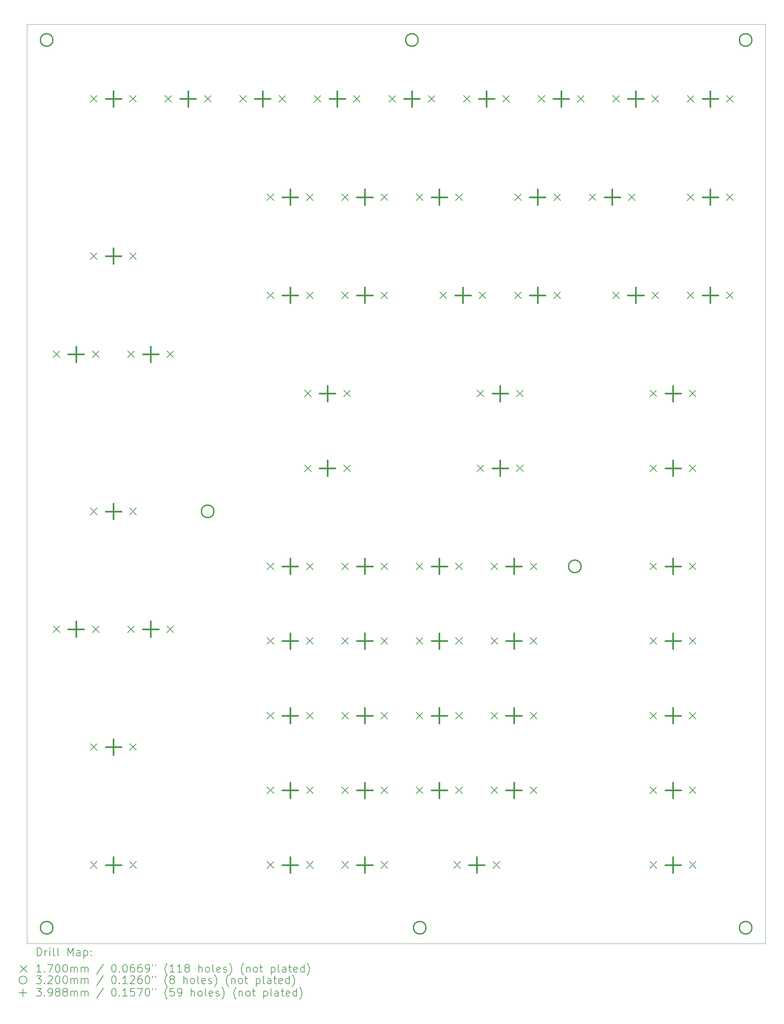
<source format=gbr>
%TF.GenerationSoftware,KiCad,Pcbnew,8.0.4*%
%TF.CreationDate,2024-09-21T20:50:28+02:00*%
%TF.ProjectId,Keyboard,4b657962-6f61-4726-942e-6b696361645f,rev?*%
%TF.SameCoordinates,Original*%
%TF.FileFunction,Drillmap*%
%TF.FilePolarity,Positive*%
%FSLAX45Y45*%
G04 Gerber Fmt 4.5, Leading zero omitted, Abs format (unit mm)*
G04 Created by KiCad (PCBNEW 8.0.4) date 2024-09-21 20:50:28*
%MOMM*%
%LPD*%
G01*
G04 APERTURE LIST*
%ADD10C,0.050000*%
%ADD11C,0.200000*%
%ADD12C,0.170000*%
%ADD13C,0.320000*%
%ADD14C,0.398780*%
G04 APERTURE END LIST*
D10*
X0Y23200000D02*
X18800000Y23200000D01*
X18800000Y-200000D01*
X0Y-200000D01*
X0Y23200000D01*
D11*
D12*
X665000Y14885000D02*
X835000Y14715000D01*
X835000Y14885000D02*
X665000Y14715000D01*
X665000Y7885000D02*
X835000Y7715000D01*
X835000Y7885000D02*
X665000Y7715000D01*
X1615000Y21385000D02*
X1785000Y21215000D01*
X1785000Y21385000D02*
X1615000Y21215000D01*
X1615000Y17385000D02*
X1785000Y17215000D01*
X1785000Y17385000D02*
X1615000Y17215000D01*
X1615000Y10885000D02*
X1785000Y10715000D01*
X1785000Y10885000D02*
X1615000Y10715000D01*
X1615000Y4885000D02*
X1785000Y4715000D01*
X1785000Y4885000D02*
X1615000Y4715000D01*
X1615000Y1885000D02*
X1785000Y1715000D01*
X1785000Y1885000D02*
X1615000Y1715000D01*
X1665000Y14885000D02*
X1835000Y14715000D01*
X1835000Y14885000D02*
X1665000Y14715000D01*
X1665000Y7885000D02*
X1835000Y7715000D01*
X1835000Y7885000D02*
X1665000Y7715000D01*
X2565000Y14885000D02*
X2735000Y14715000D01*
X2735000Y14885000D02*
X2565000Y14715000D01*
X2565000Y7885000D02*
X2735000Y7715000D01*
X2735000Y7885000D02*
X2565000Y7715000D01*
X2615000Y21385000D02*
X2785000Y21215000D01*
X2785000Y21385000D02*
X2615000Y21215000D01*
X2615000Y17385000D02*
X2785000Y17215000D01*
X2785000Y17385000D02*
X2615000Y17215000D01*
X2615000Y10885000D02*
X2785000Y10715000D01*
X2785000Y10885000D02*
X2615000Y10715000D01*
X2615000Y4885000D02*
X2785000Y4715000D01*
X2785000Y4885000D02*
X2615000Y4715000D01*
X2615000Y1885000D02*
X2785000Y1715000D01*
X2785000Y1885000D02*
X2615000Y1715000D01*
X3515000Y21385000D02*
X3685000Y21215000D01*
X3685000Y21385000D02*
X3515000Y21215000D01*
X3565000Y14885000D02*
X3735000Y14715000D01*
X3735000Y14885000D02*
X3565000Y14715000D01*
X3565000Y7885000D02*
X3735000Y7715000D01*
X3735000Y7885000D02*
X3565000Y7715000D01*
X4515000Y21385000D02*
X4685000Y21215000D01*
X4685000Y21385000D02*
X4515000Y21215000D01*
X5415000Y21385000D02*
X5585000Y21215000D01*
X5585000Y21385000D02*
X5415000Y21215000D01*
X6115000Y18885000D02*
X6285000Y18715000D01*
X6285000Y18885000D02*
X6115000Y18715000D01*
X6115000Y16385000D02*
X6285000Y16215000D01*
X6285000Y16385000D02*
X6115000Y16215000D01*
X6115000Y9485000D02*
X6285000Y9315000D01*
X6285000Y9485000D02*
X6115000Y9315000D01*
X6115000Y7585000D02*
X6285000Y7415000D01*
X6285000Y7585000D02*
X6115000Y7415000D01*
X6115000Y5685000D02*
X6285000Y5515000D01*
X6285000Y5685000D02*
X6115000Y5515000D01*
X6115000Y3785000D02*
X6285000Y3615000D01*
X6285000Y3785000D02*
X6115000Y3615000D01*
X6115000Y1885000D02*
X6285000Y1715000D01*
X6285000Y1885000D02*
X6115000Y1715000D01*
X6415000Y21385000D02*
X6585000Y21215000D01*
X6585000Y21385000D02*
X6415000Y21215000D01*
X7065000Y13885000D02*
X7235000Y13715000D01*
X7235000Y13885000D02*
X7065000Y13715000D01*
X7065000Y11985000D02*
X7235000Y11815000D01*
X7235000Y11985000D02*
X7065000Y11815000D01*
X7115000Y18885000D02*
X7285000Y18715000D01*
X7285000Y18885000D02*
X7115000Y18715000D01*
X7115000Y16385000D02*
X7285000Y16215000D01*
X7285000Y16385000D02*
X7115000Y16215000D01*
X7115000Y9485000D02*
X7285000Y9315000D01*
X7285000Y9485000D02*
X7115000Y9315000D01*
X7115000Y7585000D02*
X7285000Y7415000D01*
X7285000Y7585000D02*
X7115000Y7415000D01*
X7115000Y5685000D02*
X7285000Y5515000D01*
X7285000Y5685000D02*
X7115000Y5515000D01*
X7115000Y3785000D02*
X7285000Y3615000D01*
X7285000Y3785000D02*
X7115000Y3615000D01*
X7115000Y1885000D02*
X7285000Y1715000D01*
X7285000Y1885000D02*
X7115000Y1715000D01*
X7315000Y21385000D02*
X7485000Y21215000D01*
X7485000Y21385000D02*
X7315000Y21215000D01*
X8015000Y18885000D02*
X8185000Y18715000D01*
X8185000Y18885000D02*
X8015000Y18715000D01*
X8015000Y16385000D02*
X8185000Y16215000D01*
X8185000Y16385000D02*
X8015000Y16215000D01*
X8015000Y9485000D02*
X8185000Y9315000D01*
X8185000Y9485000D02*
X8015000Y9315000D01*
X8015000Y7585000D02*
X8185000Y7415000D01*
X8185000Y7585000D02*
X8015000Y7415000D01*
X8015000Y5685000D02*
X8185000Y5515000D01*
X8185000Y5685000D02*
X8015000Y5515000D01*
X8015000Y3785000D02*
X8185000Y3615000D01*
X8185000Y3785000D02*
X8015000Y3615000D01*
X8015000Y1885000D02*
X8185000Y1715000D01*
X8185000Y1885000D02*
X8015000Y1715000D01*
X8065000Y13885000D02*
X8235000Y13715000D01*
X8235000Y13885000D02*
X8065000Y13715000D01*
X8065000Y11985000D02*
X8235000Y11815000D01*
X8235000Y11985000D02*
X8065000Y11815000D01*
X8315000Y21385000D02*
X8485000Y21215000D01*
X8485000Y21385000D02*
X8315000Y21215000D01*
X9015000Y18885000D02*
X9185000Y18715000D01*
X9185000Y18885000D02*
X9015000Y18715000D01*
X9015000Y16385000D02*
X9185000Y16215000D01*
X9185000Y16385000D02*
X9015000Y16215000D01*
X9015000Y9485000D02*
X9185000Y9315000D01*
X9185000Y9485000D02*
X9015000Y9315000D01*
X9015000Y7585000D02*
X9185000Y7415000D01*
X9185000Y7585000D02*
X9015000Y7415000D01*
X9015000Y5685000D02*
X9185000Y5515000D01*
X9185000Y5685000D02*
X9015000Y5515000D01*
X9015000Y3785000D02*
X9185000Y3615000D01*
X9185000Y3785000D02*
X9015000Y3615000D01*
X9015000Y1885000D02*
X9185000Y1715000D01*
X9185000Y1885000D02*
X9015000Y1715000D01*
X9215000Y21385000D02*
X9385000Y21215000D01*
X9385000Y21385000D02*
X9215000Y21215000D01*
X9915000Y18885000D02*
X10085000Y18715000D01*
X10085000Y18885000D02*
X9915000Y18715000D01*
X9915000Y9485000D02*
X10085000Y9315000D01*
X10085000Y9485000D02*
X9915000Y9315000D01*
X9915000Y7585000D02*
X10085000Y7415000D01*
X10085000Y7585000D02*
X9915000Y7415000D01*
X9915000Y5685000D02*
X10085000Y5515000D01*
X10085000Y5685000D02*
X9915000Y5515000D01*
X9915000Y3785000D02*
X10085000Y3615000D01*
X10085000Y3785000D02*
X9915000Y3615000D01*
X10215000Y21385000D02*
X10385000Y21215000D01*
X10385000Y21385000D02*
X10215000Y21215000D01*
X10515000Y16385000D02*
X10685000Y16215000D01*
X10685000Y16385000D02*
X10515000Y16215000D01*
X10865000Y1885000D02*
X11035000Y1715000D01*
X11035000Y1885000D02*
X10865000Y1715000D01*
X10915000Y18885000D02*
X11085000Y18715000D01*
X11085000Y18885000D02*
X10915000Y18715000D01*
X10915000Y9485000D02*
X11085000Y9315000D01*
X11085000Y9485000D02*
X10915000Y9315000D01*
X10915000Y7585000D02*
X11085000Y7415000D01*
X11085000Y7585000D02*
X10915000Y7415000D01*
X10915000Y5685000D02*
X11085000Y5515000D01*
X11085000Y5685000D02*
X10915000Y5515000D01*
X10915000Y3785000D02*
X11085000Y3615000D01*
X11085000Y3785000D02*
X10915000Y3615000D01*
X11115000Y21385000D02*
X11285000Y21215000D01*
X11285000Y21385000D02*
X11115000Y21215000D01*
X11465000Y13885000D02*
X11635000Y13715000D01*
X11635000Y13885000D02*
X11465000Y13715000D01*
X11465000Y11985000D02*
X11635000Y11815000D01*
X11635000Y11985000D02*
X11465000Y11815000D01*
X11515000Y16385000D02*
X11685000Y16215000D01*
X11685000Y16385000D02*
X11515000Y16215000D01*
X11815000Y9485000D02*
X11985000Y9315000D01*
X11985000Y9485000D02*
X11815000Y9315000D01*
X11815000Y7585000D02*
X11985000Y7415000D01*
X11985000Y7585000D02*
X11815000Y7415000D01*
X11815000Y5685000D02*
X11985000Y5515000D01*
X11985000Y5685000D02*
X11815000Y5515000D01*
X11815000Y3785000D02*
X11985000Y3615000D01*
X11985000Y3785000D02*
X11815000Y3615000D01*
X11865000Y1885000D02*
X12035000Y1715000D01*
X12035000Y1885000D02*
X11865000Y1715000D01*
X12115000Y21385000D02*
X12285000Y21215000D01*
X12285000Y21385000D02*
X12115000Y21215000D01*
X12415000Y18885000D02*
X12585000Y18715000D01*
X12585000Y18885000D02*
X12415000Y18715000D01*
X12415000Y16385000D02*
X12585000Y16215000D01*
X12585000Y16385000D02*
X12415000Y16215000D01*
X12465000Y13885000D02*
X12635000Y13715000D01*
X12635000Y13885000D02*
X12465000Y13715000D01*
X12465000Y11985000D02*
X12635000Y11815000D01*
X12635000Y11985000D02*
X12465000Y11815000D01*
X12815000Y9485000D02*
X12985000Y9315000D01*
X12985000Y9485000D02*
X12815000Y9315000D01*
X12815000Y7585000D02*
X12985000Y7415000D01*
X12985000Y7585000D02*
X12815000Y7415000D01*
X12815000Y5685000D02*
X12985000Y5515000D01*
X12985000Y5685000D02*
X12815000Y5515000D01*
X12815000Y3785000D02*
X12985000Y3615000D01*
X12985000Y3785000D02*
X12815000Y3615000D01*
X13015000Y21385000D02*
X13185000Y21215000D01*
X13185000Y21385000D02*
X13015000Y21215000D01*
X13415000Y18885000D02*
X13585000Y18715000D01*
X13585000Y18885000D02*
X13415000Y18715000D01*
X13415000Y16385000D02*
X13585000Y16215000D01*
X13585000Y16385000D02*
X13415000Y16215000D01*
X14015000Y21385000D02*
X14185000Y21215000D01*
X14185000Y21385000D02*
X14015000Y21215000D01*
X14315000Y18885000D02*
X14485000Y18715000D01*
X14485000Y18885000D02*
X14315000Y18715000D01*
X14915000Y21385000D02*
X15085000Y21215000D01*
X15085000Y21385000D02*
X14915000Y21215000D01*
X14915000Y16385000D02*
X15085000Y16215000D01*
X15085000Y16385000D02*
X14915000Y16215000D01*
X15315000Y18885000D02*
X15485000Y18715000D01*
X15485000Y18885000D02*
X15315000Y18715000D01*
X15865000Y13885000D02*
X16035000Y13715000D01*
X16035000Y13885000D02*
X15865000Y13715000D01*
X15865000Y11985000D02*
X16035000Y11815000D01*
X16035000Y11985000D02*
X15865000Y11815000D01*
X15865000Y9485000D02*
X16035000Y9315000D01*
X16035000Y9485000D02*
X15865000Y9315000D01*
X15865000Y7585000D02*
X16035000Y7415000D01*
X16035000Y7585000D02*
X15865000Y7415000D01*
X15865000Y5685000D02*
X16035000Y5515000D01*
X16035000Y5685000D02*
X15865000Y5515000D01*
X15865000Y3785000D02*
X16035000Y3615000D01*
X16035000Y3785000D02*
X15865000Y3615000D01*
X15865000Y1885000D02*
X16035000Y1715000D01*
X16035000Y1885000D02*
X15865000Y1715000D01*
X15915000Y21385000D02*
X16085000Y21215000D01*
X16085000Y21385000D02*
X15915000Y21215000D01*
X15915000Y16385000D02*
X16085000Y16215000D01*
X16085000Y16385000D02*
X15915000Y16215000D01*
X16815000Y21385000D02*
X16985000Y21215000D01*
X16985000Y21385000D02*
X16815000Y21215000D01*
X16815000Y18885000D02*
X16985000Y18715000D01*
X16985000Y18885000D02*
X16815000Y18715000D01*
X16815000Y16385000D02*
X16985000Y16215000D01*
X16985000Y16385000D02*
X16815000Y16215000D01*
X16865000Y13885000D02*
X17035000Y13715000D01*
X17035000Y13885000D02*
X16865000Y13715000D01*
X16865000Y11985000D02*
X17035000Y11815000D01*
X17035000Y11985000D02*
X16865000Y11815000D01*
X16865000Y9485000D02*
X17035000Y9315000D01*
X17035000Y9485000D02*
X16865000Y9315000D01*
X16865000Y7585000D02*
X17035000Y7415000D01*
X17035000Y7585000D02*
X16865000Y7415000D01*
X16865000Y5685000D02*
X17035000Y5515000D01*
X17035000Y5685000D02*
X16865000Y5515000D01*
X16865000Y3785000D02*
X17035000Y3615000D01*
X17035000Y3785000D02*
X16865000Y3615000D01*
X16865000Y1885000D02*
X17035000Y1715000D01*
X17035000Y1885000D02*
X16865000Y1715000D01*
X17815000Y21385000D02*
X17985000Y21215000D01*
X17985000Y21385000D02*
X17815000Y21215000D01*
X17815000Y18885000D02*
X17985000Y18715000D01*
X17985000Y18885000D02*
X17815000Y18715000D01*
X17815000Y16385000D02*
X17985000Y16215000D01*
X17985000Y16385000D02*
X17815000Y16215000D01*
D13*
X660000Y22800000D02*
G75*
G02*
X340000Y22800000I-160000J0D01*
G01*
X340000Y22800000D02*
G75*
G02*
X660000Y22800000I160000J0D01*
G01*
X660000Y200000D02*
G75*
G02*
X340000Y200000I-160000J0D01*
G01*
X340000Y200000D02*
G75*
G02*
X660000Y200000I160000J0D01*
G01*
X4760000Y10800000D02*
G75*
G02*
X4440000Y10800000I-160000J0D01*
G01*
X4440000Y10800000D02*
G75*
G02*
X4760000Y10800000I160000J0D01*
G01*
X9960000Y22800000D02*
G75*
G02*
X9640000Y22800000I-160000J0D01*
G01*
X9640000Y22800000D02*
G75*
G02*
X9960000Y22800000I160000J0D01*
G01*
X10160000Y200000D02*
G75*
G02*
X9840000Y200000I-160000J0D01*
G01*
X9840000Y200000D02*
G75*
G02*
X10160000Y200000I160000J0D01*
G01*
X14110000Y9400000D02*
G75*
G02*
X13790000Y9400000I-160000J0D01*
G01*
X13790000Y9400000D02*
G75*
G02*
X14110000Y9400000I160000J0D01*
G01*
X18460000Y22800000D02*
G75*
G02*
X18140000Y22800000I-160000J0D01*
G01*
X18140000Y22800000D02*
G75*
G02*
X18460000Y22800000I160000J0D01*
G01*
X18460000Y200000D02*
G75*
G02*
X18140000Y200000I-160000J0D01*
G01*
X18140000Y200000D02*
G75*
G02*
X18460000Y200000I160000J0D01*
G01*
D14*
X1250000Y14999390D02*
X1250000Y14600610D01*
X1050610Y14800000D02*
X1449390Y14800000D01*
X1250000Y7999390D02*
X1250000Y7600610D01*
X1050610Y7800000D02*
X1449390Y7800000D01*
X2200000Y21499390D02*
X2200000Y21100610D01*
X2000610Y21300000D02*
X2399390Y21300000D01*
X2200000Y17499390D02*
X2200000Y17100610D01*
X2000610Y17300000D02*
X2399390Y17300000D01*
X2200000Y10999390D02*
X2200000Y10600610D01*
X2000610Y10800000D02*
X2399390Y10800000D01*
X2200000Y4999390D02*
X2200000Y4600610D01*
X2000610Y4800000D02*
X2399390Y4800000D01*
X2200000Y1999390D02*
X2200000Y1600610D01*
X2000610Y1800000D02*
X2399390Y1800000D01*
X3150000Y14999390D02*
X3150000Y14600610D01*
X2950610Y14800000D02*
X3349390Y14800000D01*
X3150000Y7999390D02*
X3150000Y7600610D01*
X2950610Y7800000D02*
X3349390Y7800000D01*
X4100000Y21499390D02*
X4100000Y21100610D01*
X3900610Y21300000D02*
X4299390Y21300000D01*
X6000000Y21499390D02*
X6000000Y21100610D01*
X5800610Y21300000D02*
X6199390Y21300000D01*
X6700000Y18999390D02*
X6700000Y18600610D01*
X6500610Y18800000D02*
X6899390Y18800000D01*
X6700000Y16499390D02*
X6700000Y16100610D01*
X6500610Y16300000D02*
X6899390Y16300000D01*
X6700000Y9599390D02*
X6700000Y9200610D01*
X6500610Y9400000D02*
X6899390Y9400000D01*
X6700000Y7699390D02*
X6700000Y7300610D01*
X6500610Y7500000D02*
X6899390Y7500000D01*
X6700000Y5799390D02*
X6700000Y5400610D01*
X6500610Y5600000D02*
X6899390Y5600000D01*
X6700000Y3899390D02*
X6700000Y3500610D01*
X6500610Y3700000D02*
X6899390Y3700000D01*
X6700000Y1999390D02*
X6700000Y1600610D01*
X6500610Y1800000D02*
X6899390Y1800000D01*
X7650000Y13999390D02*
X7650000Y13600610D01*
X7450610Y13800000D02*
X7849390Y13800000D01*
X7650000Y12099390D02*
X7650000Y11700610D01*
X7450610Y11900000D02*
X7849390Y11900000D01*
X7900000Y21499390D02*
X7900000Y21100610D01*
X7700610Y21300000D02*
X8099390Y21300000D01*
X8600000Y18999390D02*
X8600000Y18600610D01*
X8400610Y18800000D02*
X8799390Y18800000D01*
X8600000Y16499390D02*
X8600000Y16100610D01*
X8400610Y16300000D02*
X8799390Y16300000D01*
X8600000Y9599390D02*
X8600000Y9200610D01*
X8400610Y9400000D02*
X8799390Y9400000D01*
X8600000Y7699390D02*
X8600000Y7300610D01*
X8400610Y7500000D02*
X8799390Y7500000D01*
X8600000Y5799390D02*
X8600000Y5400610D01*
X8400610Y5600000D02*
X8799390Y5600000D01*
X8600000Y3899390D02*
X8600000Y3500610D01*
X8400610Y3700000D02*
X8799390Y3700000D01*
X8600000Y1999390D02*
X8600000Y1600610D01*
X8400610Y1800000D02*
X8799390Y1800000D01*
X9800000Y21499390D02*
X9800000Y21100610D01*
X9600610Y21300000D02*
X9999390Y21300000D01*
X10500000Y18999390D02*
X10500000Y18600610D01*
X10300610Y18800000D02*
X10699390Y18800000D01*
X10500000Y9599390D02*
X10500000Y9200610D01*
X10300610Y9400000D02*
X10699390Y9400000D01*
X10500000Y7699390D02*
X10500000Y7300610D01*
X10300610Y7500000D02*
X10699390Y7500000D01*
X10500000Y5799390D02*
X10500000Y5400610D01*
X10300610Y5600000D02*
X10699390Y5600000D01*
X10500000Y3899390D02*
X10500000Y3500610D01*
X10300610Y3700000D02*
X10699390Y3700000D01*
X11100000Y16499390D02*
X11100000Y16100610D01*
X10900610Y16300000D02*
X11299390Y16300000D01*
X11450000Y1999390D02*
X11450000Y1600610D01*
X11250610Y1800000D02*
X11649390Y1800000D01*
X11700000Y21499390D02*
X11700000Y21100610D01*
X11500610Y21300000D02*
X11899390Y21300000D01*
X12050000Y13999390D02*
X12050000Y13600610D01*
X11850610Y13800000D02*
X12249390Y13800000D01*
X12050000Y12099390D02*
X12050000Y11700610D01*
X11850610Y11900000D02*
X12249390Y11900000D01*
X12400000Y9599390D02*
X12400000Y9200610D01*
X12200610Y9400000D02*
X12599390Y9400000D01*
X12400000Y7699390D02*
X12400000Y7300610D01*
X12200610Y7500000D02*
X12599390Y7500000D01*
X12400000Y5799390D02*
X12400000Y5400610D01*
X12200610Y5600000D02*
X12599390Y5600000D01*
X12400000Y3899390D02*
X12400000Y3500610D01*
X12200610Y3700000D02*
X12599390Y3700000D01*
X13000000Y18999390D02*
X13000000Y18600610D01*
X12800610Y18800000D02*
X13199390Y18800000D01*
X13000000Y16499390D02*
X13000000Y16100610D01*
X12800610Y16300000D02*
X13199390Y16300000D01*
X13600000Y21499390D02*
X13600000Y21100610D01*
X13400610Y21300000D02*
X13799390Y21300000D01*
X14900000Y18999390D02*
X14900000Y18600610D01*
X14700610Y18800000D02*
X15099390Y18800000D01*
X15500000Y21499390D02*
X15500000Y21100610D01*
X15300610Y21300000D02*
X15699390Y21300000D01*
X15500000Y16499390D02*
X15500000Y16100610D01*
X15300610Y16300000D02*
X15699390Y16300000D01*
X16450000Y13999390D02*
X16450000Y13600610D01*
X16250610Y13800000D02*
X16649390Y13800000D01*
X16450000Y12099390D02*
X16450000Y11700610D01*
X16250610Y11900000D02*
X16649390Y11900000D01*
X16450000Y9599390D02*
X16450000Y9200610D01*
X16250610Y9400000D02*
X16649390Y9400000D01*
X16450000Y7699390D02*
X16450000Y7300610D01*
X16250610Y7500000D02*
X16649390Y7500000D01*
X16450000Y5799390D02*
X16450000Y5400610D01*
X16250610Y5600000D02*
X16649390Y5600000D01*
X16450000Y3899390D02*
X16450000Y3500610D01*
X16250610Y3700000D02*
X16649390Y3700000D01*
X16450000Y1999390D02*
X16450000Y1600610D01*
X16250610Y1800000D02*
X16649390Y1800000D01*
X17400000Y21499390D02*
X17400000Y21100610D01*
X17200610Y21300000D02*
X17599390Y21300000D01*
X17400000Y18999390D02*
X17400000Y18600610D01*
X17200610Y18800000D02*
X17599390Y18800000D01*
X17400000Y16499390D02*
X17400000Y16100610D01*
X17200610Y16300000D02*
X17599390Y16300000D01*
D11*
X258277Y-513984D02*
X258277Y-313984D01*
X258277Y-313984D02*
X305896Y-313984D01*
X305896Y-313984D02*
X334467Y-323508D01*
X334467Y-323508D02*
X353515Y-342555D01*
X353515Y-342555D02*
X363039Y-361603D01*
X363039Y-361603D02*
X372562Y-399698D01*
X372562Y-399698D02*
X372562Y-428269D01*
X372562Y-428269D02*
X363039Y-466365D01*
X363039Y-466365D02*
X353515Y-485412D01*
X353515Y-485412D02*
X334467Y-504460D01*
X334467Y-504460D02*
X305896Y-513984D01*
X305896Y-513984D02*
X258277Y-513984D01*
X458277Y-513984D02*
X458277Y-380650D01*
X458277Y-418746D02*
X467801Y-399698D01*
X467801Y-399698D02*
X477324Y-390174D01*
X477324Y-390174D02*
X496372Y-380650D01*
X496372Y-380650D02*
X515420Y-380650D01*
X582086Y-513984D02*
X582086Y-380650D01*
X582086Y-313984D02*
X572563Y-323508D01*
X572563Y-323508D02*
X582086Y-333031D01*
X582086Y-333031D02*
X591610Y-323508D01*
X591610Y-323508D02*
X582086Y-313984D01*
X582086Y-313984D02*
X582086Y-333031D01*
X705896Y-513984D02*
X686848Y-504460D01*
X686848Y-504460D02*
X677324Y-485412D01*
X677324Y-485412D02*
X677324Y-313984D01*
X810658Y-513984D02*
X791610Y-504460D01*
X791610Y-504460D02*
X782086Y-485412D01*
X782086Y-485412D02*
X782086Y-313984D01*
X1039229Y-513984D02*
X1039229Y-313984D01*
X1039229Y-313984D02*
X1105896Y-456841D01*
X1105896Y-456841D02*
X1172563Y-313984D01*
X1172563Y-313984D02*
X1172563Y-513984D01*
X1353515Y-513984D02*
X1353515Y-409222D01*
X1353515Y-409222D02*
X1343991Y-390174D01*
X1343991Y-390174D02*
X1324944Y-380650D01*
X1324944Y-380650D02*
X1286848Y-380650D01*
X1286848Y-380650D02*
X1267801Y-390174D01*
X1353515Y-504460D02*
X1334467Y-513984D01*
X1334467Y-513984D02*
X1286848Y-513984D01*
X1286848Y-513984D02*
X1267801Y-504460D01*
X1267801Y-504460D02*
X1258277Y-485412D01*
X1258277Y-485412D02*
X1258277Y-466365D01*
X1258277Y-466365D02*
X1267801Y-447317D01*
X1267801Y-447317D02*
X1286848Y-437793D01*
X1286848Y-437793D02*
X1334467Y-437793D01*
X1334467Y-437793D02*
X1353515Y-428269D01*
X1448753Y-380650D02*
X1448753Y-580650D01*
X1448753Y-390174D02*
X1467801Y-380650D01*
X1467801Y-380650D02*
X1505896Y-380650D01*
X1505896Y-380650D02*
X1524943Y-390174D01*
X1524943Y-390174D02*
X1534467Y-399698D01*
X1534467Y-399698D02*
X1543991Y-418746D01*
X1543991Y-418746D02*
X1543991Y-475888D01*
X1543991Y-475888D02*
X1534467Y-494936D01*
X1534467Y-494936D02*
X1524943Y-504460D01*
X1524943Y-504460D02*
X1505896Y-513984D01*
X1505896Y-513984D02*
X1467801Y-513984D01*
X1467801Y-513984D02*
X1448753Y-504460D01*
X1629705Y-494936D02*
X1639229Y-504460D01*
X1639229Y-504460D02*
X1629705Y-513984D01*
X1629705Y-513984D02*
X1620182Y-504460D01*
X1620182Y-504460D02*
X1629705Y-494936D01*
X1629705Y-494936D02*
X1629705Y-513984D01*
X1629705Y-390174D02*
X1639229Y-399698D01*
X1639229Y-399698D02*
X1629705Y-409222D01*
X1629705Y-409222D02*
X1620182Y-399698D01*
X1620182Y-399698D02*
X1629705Y-390174D01*
X1629705Y-390174D02*
X1629705Y-409222D01*
D12*
X-172500Y-757500D02*
X-2500Y-927500D01*
X-2500Y-757500D02*
X-172500Y-927500D01*
D11*
X363039Y-933984D02*
X248753Y-933984D01*
X305896Y-933984D02*
X305896Y-733984D01*
X305896Y-733984D02*
X286848Y-762555D01*
X286848Y-762555D02*
X267801Y-781603D01*
X267801Y-781603D02*
X248753Y-791127D01*
X448753Y-914936D02*
X458277Y-924460D01*
X458277Y-924460D02*
X448753Y-933984D01*
X448753Y-933984D02*
X439229Y-924460D01*
X439229Y-924460D02*
X448753Y-914936D01*
X448753Y-914936D02*
X448753Y-933984D01*
X524944Y-733984D02*
X658277Y-733984D01*
X658277Y-733984D02*
X572563Y-933984D01*
X772562Y-733984D02*
X791610Y-733984D01*
X791610Y-733984D02*
X810658Y-743508D01*
X810658Y-743508D02*
X820182Y-753031D01*
X820182Y-753031D02*
X829705Y-772079D01*
X829705Y-772079D02*
X839229Y-810174D01*
X839229Y-810174D02*
X839229Y-857793D01*
X839229Y-857793D02*
X829705Y-895888D01*
X829705Y-895888D02*
X820182Y-914936D01*
X820182Y-914936D02*
X810658Y-924460D01*
X810658Y-924460D02*
X791610Y-933984D01*
X791610Y-933984D02*
X772562Y-933984D01*
X772562Y-933984D02*
X753515Y-924460D01*
X753515Y-924460D02*
X743991Y-914936D01*
X743991Y-914936D02*
X734467Y-895888D01*
X734467Y-895888D02*
X724943Y-857793D01*
X724943Y-857793D02*
X724943Y-810174D01*
X724943Y-810174D02*
X734467Y-772079D01*
X734467Y-772079D02*
X743991Y-753031D01*
X743991Y-753031D02*
X753515Y-743508D01*
X753515Y-743508D02*
X772562Y-733984D01*
X963039Y-733984D02*
X982086Y-733984D01*
X982086Y-733984D02*
X1001134Y-743508D01*
X1001134Y-743508D02*
X1010658Y-753031D01*
X1010658Y-753031D02*
X1020182Y-772079D01*
X1020182Y-772079D02*
X1029705Y-810174D01*
X1029705Y-810174D02*
X1029705Y-857793D01*
X1029705Y-857793D02*
X1020182Y-895888D01*
X1020182Y-895888D02*
X1010658Y-914936D01*
X1010658Y-914936D02*
X1001134Y-924460D01*
X1001134Y-924460D02*
X982086Y-933984D01*
X982086Y-933984D02*
X963039Y-933984D01*
X963039Y-933984D02*
X943991Y-924460D01*
X943991Y-924460D02*
X934467Y-914936D01*
X934467Y-914936D02*
X924943Y-895888D01*
X924943Y-895888D02*
X915420Y-857793D01*
X915420Y-857793D02*
X915420Y-810174D01*
X915420Y-810174D02*
X924943Y-772079D01*
X924943Y-772079D02*
X934467Y-753031D01*
X934467Y-753031D02*
X943991Y-743508D01*
X943991Y-743508D02*
X963039Y-733984D01*
X1115420Y-933984D02*
X1115420Y-800650D01*
X1115420Y-819698D02*
X1124944Y-810174D01*
X1124944Y-810174D02*
X1143991Y-800650D01*
X1143991Y-800650D02*
X1172563Y-800650D01*
X1172563Y-800650D02*
X1191610Y-810174D01*
X1191610Y-810174D02*
X1201134Y-829222D01*
X1201134Y-829222D02*
X1201134Y-933984D01*
X1201134Y-829222D02*
X1210658Y-810174D01*
X1210658Y-810174D02*
X1229705Y-800650D01*
X1229705Y-800650D02*
X1258277Y-800650D01*
X1258277Y-800650D02*
X1277325Y-810174D01*
X1277325Y-810174D02*
X1286848Y-829222D01*
X1286848Y-829222D02*
X1286848Y-933984D01*
X1382086Y-933984D02*
X1382086Y-800650D01*
X1382086Y-819698D02*
X1391610Y-810174D01*
X1391610Y-810174D02*
X1410658Y-800650D01*
X1410658Y-800650D02*
X1439229Y-800650D01*
X1439229Y-800650D02*
X1458277Y-810174D01*
X1458277Y-810174D02*
X1467801Y-829222D01*
X1467801Y-829222D02*
X1467801Y-933984D01*
X1467801Y-829222D02*
X1477324Y-810174D01*
X1477324Y-810174D02*
X1496372Y-800650D01*
X1496372Y-800650D02*
X1524943Y-800650D01*
X1524943Y-800650D02*
X1543991Y-810174D01*
X1543991Y-810174D02*
X1553515Y-829222D01*
X1553515Y-829222D02*
X1553515Y-933984D01*
X1943991Y-724460D02*
X1772563Y-981603D01*
X2201134Y-733984D02*
X2220182Y-733984D01*
X2220182Y-733984D02*
X2239229Y-743508D01*
X2239229Y-743508D02*
X2248753Y-753031D01*
X2248753Y-753031D02*
X2258277Y-772079D01*
X2258277Y-772079D02*
X2267801Y-810174D01*
X2267801Y-810174D02*
X2267801Y-857793D01*
X2267801Y-857793D02*
X2258277Y-895888D01*
X2258277Y-895888D02*
X2248753Y-914936D01*
X2248753Y-914936D02*
X2239229Y-924460D01*
X2239229Y-924460D02*
X2220182Y-933984D01*
X2220182Y-933984D02*
X2201134Y-933984D01*
X2201134Y-933984D02*
X2182087Y-924460D01*
X2182087Y-924460D02*
X2172563Y-914936D01*
X2172563Y-914936D02*
X2163039Y-895888D01*
X2163039Y-895888D02*
X2153515Y-857793D01*
X2153515Y-857793D02*
X2153515Y-810174D01*
X2153515Y-810174D02*
X2163039Y-772079D01*
X2163039Y-772079D02*
X2172563Y-753031D01*
X2172563Y-753031D02*
X2182087Y-743508D01*
X2182087Y-743508D02*
X2201134Y-733984D01*
X2353515Y-914936D02*
X2363039Y-924460D01*
X2363039Y-924460D02*
X2353515Y-933984D01*
X2353515Y-933984D02*
X2343991Y-924460D01*
X2343991Y-924460D02*
X2353515Y-914936D01*
X2353515Y-914936D02*
X2353515Y-933984D01*
X2486848Y-733984D02*
X2505896Y-733984D01*
X2505896Y-733984D02*
X2524944Y-743508D01*
X2524944Y-743508D02*
X2534468Y-753031D01*
X2534468Y-753031D02*
X2543991Y-772079D01*
X2543991Y-772079D02*
X2553515Y-810174D01*
X2553515Y-810174D02*
X2553515Y-857793D01*
X2553515Y-857793D02*
X2543991Y-895888D01*
X2543991Y-895888D02*
X2534468Y-914936D01*
X2534468Y-914936D02*
X2524944Y-924460D01*
X2524944Y-924460D02*
X2505896Y-933984D01*
X2505896Y-933984D02*
X2486848Y-933984D01*
X2486848Y-933984D02*
X2467801Y-924460D01*
X2467801Y-924460D02*
X2458277Y-914936D01*
X2458277Y-914936D02*
X2448753Y-895888D01*
X2448753Y-895888D02*
X2439229Y-857793D01*
X2439229Y-857793D02*
X2439229Y-810174D01*
X2439229Y-810174D02*
X2448753Y-772079D01*
X2448753Y-772079D02*
X2458277Y-753031D01*
X2458277Y-753031D02*
X2467801Y-743508D01*
X2467801Y-743508D02*
X2486848Y-733984D01*
X2724944Y-733984D02*
X2686848Y-733984D01*
X2686848Y-733984D02*
X2667801Y-743508D01*
X2667801Y-743508D02*
X2658277Y-753031D01*
X2658277Y-753031D02*
X2639229Y-781603D01*
X2639229Y-781603D02*
X2629706Y-819698D01*
X2629706Y-819698D02*
X2629706Y-895888D01*
X2629706Y-895888D02*
X2639229Y-914936D01*
X2639229Y-914936D02*
X2648753Y-924460D01*
X2648753Y-924460D02*
X2667801Y-933984D01*
X2667801Y-933984D02*
X2705896Y-933984D01*
X2705896Y-933984D02*
X2724944Y-924460D01*
X2724944Y-924460D02*
X2734468Y-914936D01*
X2734468Y-914936D02*
X2743991Y-895888D01*
X2743991Y-895888D02*
X2743991Y-848269D01*
X2743991Y-848269D02*
X2734468Y-829222D01*
X2734468Y-829222D02*
X2724944Y-819698D01*
X2724944Y-819698D02*
X2705896Y-810174D01*
X2705896Y-810174D02*
X2667801Y-810174D01*
X2667801Y-810174D02*
X2648753Y-819698D01*
X2648753Y-819698D02*
X2639229Y-829222D01*
X2639229Y-829222D02*
X2629706Y-848269D01*
X2915420Y-733984D02*
X2877325Y-733984D01*
X2877325Y-733984D02*
X2858277Y-743508D01*
X2858277Y-743508D02*
X2848753Y-753031D01*
X2848753Y-753031D02*
X2829706Y-781603D01*
X2829706Y-781603D02*
X2820182Y-819698D01*
X2820182Y-819698D02*
X2820182Y-895888D01*
X2820182Y-895888D02*
X2829706Y-914936D01*
X2829706Y-914936D02*
X2839229Y-924460D01*
X2839229Y-924460D02*
X2858277Y-933984D01*
X2858277Y-933984D02*
X2896372Y-933984D01*
X2896372Y-933984D02*
X2915420Y-924460D01*
X2915420Y-924460D02*
X2924944Y-914936D01*
X2924944Y-914936D02*
X2934467Y-895888D01*
X2934467Y-895888D02*
X2934467Y-848269D01*
X2934467Y-848269D02*
X2924944Y-829222D01*
X2924944Y-829222D02*
X2915420Y-819698D01*
X2915420Y-819698D02*
X2896372Y-810174D01*
X2896372Y-810174D02*
X2858277Y-810174D01*
X2858277Y-810174D02*
X2839229Y-819698D01*
X2839229Y-819698D02*
X2829706Y-829222D01*
X2829706Y-829222D02*
X2820182Y-848269D01*
X3029706Y-933984D02*
X3067801Y-933984D01*
X3067801Y-933984D02*
X3086848Y-924460D01*
X3086848Y-924460D02*
X3096372Y-914936D01*
X3096372Y-914936D02*
X3115420Y-886365D01*
X3115420Y-886365D02*
X3124944Y-848269D01*
X3124944Y-848269D02*
X3124944Y-772079D01*
X3124944Y-772079D02*
X3115420Y-753031D01*
X3115420Y-753031D02*
X3105896Y-743508D01*
X3105896Y-743508D02*
X3086848Y-733984D01*
X3086848Y-733984D02*
X3048753Y-733984D01*
X3048753Y-733984D02*
X3029706Y-743508D01*
X3029706Y-743508D02*
X3020182Y-753031D01*
X3020182Y-753031D02*
X3010658Y-772079D01*
X3010658Y-772079D02*
X3010658Y-819698D01*
X3010658Y-819698D02*
X3020182Y-838746D01*
X3020182Y-838746D02*
X3029706Y-848269D01*
X3029706Y-848269D02*
X3048753Y-857793D01*
X3048753Y-857793D02*
X3086848Y-857793D01*
X3086848Y-857793D02*
X3105896Y-848269D01*
X3105896Y-848269D02*
X3115420Y-838746D01*
X3115420Y-838746D02*
X3124944Y-819698D01*
X3201134Y-733984D02*
X3201134Y-772079D01*
X3277325Y-733984D02*
X3277325Y-772079D01*
X3572563Y-1010174D02*
X3563039Y-1000650D01*
X3563039Y-1000650D02*
X3543991Y-972079D01*
X3543991Y-972079D02*
X3534468Y-953031D01*
X3534468Y-953031D02*
X3524944Y-924460D01*
X3524944Y-924460D02*
X3515420Y-876841D01*
X3515420Y-876841D02*
X3515420Y-838746D01*
X3515420Y-838746D02*
X3524944Y-791127D01*
X3524944Y-791127D02*
X3534468Y-762555D01*
X3534468Y-762555D02*
X3543991Y-743508D01*
X3543991Y-743508D02*
X3563039Y-714936D01*
X3563039Y-714936D02*
X3572563Y-705412D01*
X3753515Y-933984D02*
X3639229Y-933984D01*
X3696372Y-933984D02*
X3696372Y-733984D01*
X3696372Y-733984D02*
X3677325Y-762555D01*
X3677325Y-762555D02*
X3658277Y-781603D01*
X3658277Y-781603D02*
X3639229Y-791127D01*
X3943991Y-933984D02*
X3829706Y-933984D01*
X3886848Y-933984D02*
X3886848Y-733984D01*
X3886848Y-733984D02*
X3867801Y-762555D01*
X3867801Y-762555D02*
X3848753Y-781603D01*
X3848753Y-781603D02*
X3829706Y-791127D01*
X4058277Y-819698D02*
X4039229Y-810174D01*
X4039229Y-810174D02*
X4029706Y-800650D01*
X4029706Y-800650D02*
X4020182Y-781603D01*
X4020182Y-781603D02*
X4020182Y-772079D01*
X4020182Y-772079D02*
X4029706Y-753031D01*
X4029706Y-753031D02*
X4039229Y-743508D01*
X4039229Y-743508D02*
X4058277Y-733984D01*
X4058277Y-733984D02*
X4096372Y-733984D01*
X4096372Y-733984D02*
X4115420Y-743508D01*
X4115420Y-743508D02*
X4124944Y-753031D01*
X4124944Y-753031D02*
X4134468Y-772079D01*
X4134468Y-772079D02*
X4134468Y-781603D01*
X4134468Y-781603D02*
X4124944Y-800650D01*
X4124944Y-800650D02*
X4115420Y-810174D01*
X4115420Y-810174D02*
X4096372Y-819698D01*
X4096372Y-819698D02*
X4058277Y-819698D01*
X4058277Y-819698D02*
X4039229Y-829222D01*
X4039229Y-829222D02*
X4029706Y-838746D01*
X4029706Y-838746D02*
X4020182Y-857793D01*
X4020182Y-857793D02*
X4020182Y-895888D01*
X4020182Y-895888D02*
X4029706Y-914936D01*
X4029706Y-914936D02*
X4039229Y-924460D01*
X4039229Y-924460D02*
X4058277Y-933984D01*
X4058277Y-933984D02*
X4096372Y-933984D01*
X4096372Y-933984D02*
X4115420Y-924460D01*
X4115420Y-924460D02*
X4124944Y-914936D01*
X4124944Y-914936D02*
X4134468Y-895888D01*
X4134468Y-895888D02*
X4134468Y-857793D01*
X4134468Y-857793D02*
X4124944Y-838746D01*
X4124944Y-838746D02*
X4115420Y-829222D01*
X4115420Y-829222D02*
X4096372Y-819698D01*
X4372563Y-933984D02*
X4372563Y-733984D01*
X4458277Y-933984D02*
X4458277Y-829222D01*
X4458277Y-829222D02*
X4448753Y-810174D01*
X4448753Y-810174D02*
X4429706Y-800650D01*
X4429706Y-800650D02*
X4401134Y-800650D01*
X4401134Y-800650D02*
X4382087Y-810174D01*
X4382087Y-810174D02*
X4372563Y-819698D01*
X4582087Y-933984D02*
X4563039Y-924460D01*
X4563039Y-924460D02*
X4553515Y-914936D01*
X4553515Y-914936D02*
X4543992Y-895888D01*
X4543992Y-895888D02*
X4543992Y-838746D01*
X4543992Y-838746D02*
X4553515Y-819698D01*
X4553515Y-819698D02*
X4563039Y-810174D01*
X4563039Y-810174D02*
X4582087Y-800650D01*
X4582087Y-800650D02*
X4610658Y-800650D01*
X4610658Y-800650D02*
X4629706Y-810174D01*
X4629706Y-810174D02*
X4639230Y-819698D01*
X4639230Y-819698D02*
X4648753Y-838746D01*
X4648753Y-838746D02*
X4648753Y-895888D01*
X4648753Y-895888D02*
X4639230Y-914936D01*
X4639230Y-914936D02*
X4629706Y-924460D01*
X4629706Y-924460D02*
X4610658Y-933984D01*
X4610658Y-933984D02*
X4582087Y-933984D01*
X4763039Y-933984D02*
X4743992Y-924460D01*
X4743992Y-924460D02*
X4734468Y-905412D01*
X4734468Y-905412D02*
X4734468Y-733984D01*
X4915420Y-924460D02*
X4896373Y-933984D01*
X4896373Y-933984D02*
X4858277Y-933984D01*
X4858277Y-933984D02*
X4839230Y-924460D01*
X4839230Y-924460D02*
X4829706Y-905412D01*
X4829706Y-905412D02*
X4829706Y-829222D01*
X4829706Y-829222D02*
X4839230Y-810174D01*
X4839230Y-810174D02*
X4858277Y-800650D01*
X4858277Y-800650D02*
X4896373Y-800650D01*
X4896373Y-800650D02*
X4915420Y-810174D01*
X4915420Y-810174D02*
X4924944Y-829222D01*
X4924944Y-829222D02*
X4924944Y-848269D01*
X4924944Y-848269D02*
X4829706Y-867317D01*
X5001134Y-924460D02*
X5020182Y-933984D01*
X5020182Y-933984D02*
X5058277Y-933984D01*
X5058277Y-933984D02*
X5077325Y-924460D01*
X5077325Y-924460D02*
X5086849Y-905412D01*
X5086849Y-905412D02*
X5086849Y-895888D01*
X5086849Y-895888D02*
X5077325Y-876841D01*
X5077325Y-876841D02*
X5058277Y-867317D01*
X5058277Y-867317D02*
X5029706Y-867317D01*
X5029706Y-867317D02*
X5010658Y-857793D01*
X5010658Y-857793D02*
X5001134Y-838746D01*
X5001134Y-838746D02*
X5001134Y-829222D01*
X5001134Y-829222D02*
X5010658Y-810174D01*
X5010658Y-810174D02*
X5029706Y-800650D01*
X5029706Y-800650D02*
X5058277Y-800650D01*
X5058277Y-800650D02*
X5077325Y-810174D01*
X5153515Y-1010174D02*
X5163039Y-1000650D01*
X5163039Y-1000650D02*
X5182087Y-972079D01*
X5182087Y-972079D02*
X5191611Y-953031D01*
X5191611Y-953031D02*
X5201134Y-924460D01*
X5201134Y-924460D02*
X5210658Y-876841D01*
X5210658Y-876841D02*
X5210658Y-838746D01*
X5210658Y-838746D02*
X5201134Y-791127D01*
X5201134Y-791127D02*
X5191611Y-762555D01*
X5191611Y-762555D02*
X5182087Y-743508D01*
X5182087Y-743508D02*
X5163039Y-714936D01*
X5163039Y-714936D02*
X5153515Y-705412D01*
X5515420Y-1010174D02*
X5505896Y-1000650D01*
X5505896Y-1000650D02*
X5486849Y-972079D01*
X5486849Y-972079D02*
X5477325Y-953031D01*
X5477325Y-953031D02*
X5467801Y-924460D01*
X5467801Y-924460D02*
X5458277Y-876841D01*
X5458277Y-876841D02*
X5458277Y-838746D01*
X5458277Y-838746D02*
X5467801Y-791127D01*
X5467801Y-791127D02*
X5477325Y-762555D01*
X5477325Y-762555D02*
X5486849Y-743508D01*
X5486849Y-743508D02*
X5505896Y-714936D01*
X5505896Y-714936D02*
X5515420Y-705412D01*
X5591611Y-800650D02*
X5591611Y-933984D01*
X5591611Y-819698D02*
X5601134Y-810174D01*
X5601134Y-810174D02*
X5620182Y-800650D01*
X5620182Y-800650D02*
X5648753Y-800650D01*
X5648753Y-800650D02*
X5667801Y-810174D01*
X5667801Y-810174D02*
X5677325Y-829222D01*
X5677325Y-829222D02*
X5677325Y-933984D01*
X5801134Y-933984D02*
X5782087Y-924460D01*
X5782087Y-924460D02*
X5772563Y-914936D01*
X5772563Y-914936D02*
X5763039Y-895888D01*
X5763039Y-895888D02*
X5763039Y-838746D01*
X5763039Y-838746D02*
X5772563Y-819698D01*
X5772563Y-819698D02*
X5782087Y-810174D01*
X5782087Y-810174D02*
X5801134Y-800650D01*
X5801134Y-800650D02*
X5829706Y-800650D01*
X5829706Y-800650D02*
X5848753Y-810174D01*
X5848753Y-810174D02*
X5858277Y-819698D01*
X5858277Y-819698D02*
X5867801Y-838746D01*
X5867801Y-838746D02*
X5867801Y-895888D01*
X5867801Y-895888D02*
X5858277Y-914936D01*
X5858277Y-914936D02*
X5848753Y-924460D01*
X5848753Y-924460D02*
X5829706Y-933984D01*
X5829706Y-933984D02*
X5801134Y-933984D01*
X5924944Y-800650D02*
X6001134Y-800650D01*
X5953515Y-733984D02*
X5953515Y-905412D01*
X5953515Y-905412D02*
X5963039Y-924460D01*
X5963039Y-924460D02*
X5982087Y-933984D01*
X5982087Y-933984D02*
X6001134Y-933984D01*
X6220182Y-800650D02*
X6220182Y-1000650D01*
X6220182Y-810174D02*
X6239230Y-800650D01*
X6239230Y-800650D02*
X6277325Y-800650D01*
X6277325Y-800650D02*
X6296373Y-810174D01*
X6296373Y-810174D02*
X6305896Y-819698D01*
X6305896Y-819698D02*
X6315420Y-838746D01*
X6315420Y-838746D02*
X6315420Y-895888D01*
X6315420Y-895888D02*
X6305896Y-914936D01*
X6305896Y-914936D02*
X6296373Y-924460D01*
X6296373Y-924460D02*
X6277325Y-933984D01*
X6277325Y-933984D02*
X6239230Y-933984D01*
X6239230Y-933984D02*
X6220182Y-924460D01*
X6429706Y-933984D02*
X6410658Y-924460D01*
X6410658Y-924460D02*
X6401134Y-905412D01*
X6401134Y-905412D02*
X6401134Y-733984D01*
X6591611Y-933984D02*
X6591611Y-829222D01*
X6591611Y-829222D02*
X6582087Y-810174D01*
X6582087Y-810174D02*
X6563039Y-800650D01*
X6563039Y-800650D02*
X6524944Y-800650D01*
X6524944Y-800650D02*
X6505896Y-810174D01*
X6591611Y-924460D02*
X6572563Y-933984D01*
X6572563Y-933984D02*
X6524944Y-933984D01*
X6524944Y-933984D02*
X6505896Y-924460D01*
X6505896Y-924460D02*
X6496373Y-905412D01*
X6496373Y-905412D02*
X6496373Y-886365D01*
X6496373Y-886365D02*
X6505896Y-867317D01*
X6505896Y-867317D02*
X6524944Y-857793D01*
X6524944Y-857793D02*
X6572563Y-857793D01*
X6572563Y-857793D02*
X6591611Y-848269D01*
X6658277Y-800650D02*
X6734468Y-800650D01*
X6686849Y-733984D02*
X6686849Y-905412D01*
X6686849Y-905412D02*
X6696373Y-924460D01*
X6696373Y-924460D02*
X6715420Y-933984D01*
X6715420Y-933984D02*
X6734468Y-933984D01*
X6877325Y-924460D02*
X6858277Y-933984D01*
X6858277Y-933984D02*
X6820182Y-933984D01*
X6820182Y-933984D02*
X6801134Y-924460D01*
X6801134Y-924460D02*
X6791611Y-905412D01*
X6791611Y-905412D02*
X6791611Y-829222D01*
X6791611Y-829222D02*
X6801134Y-810174D01*
X6801134Y-810174D02*
X6820182Y-800650D01*
X6820182Y-800650D02*
X6858277Y-800650D01*
X6858277Y-800650D02*
X6877325Y-810174D01*
X6877325Y-810174D02*
X6886849Y-829222D01*
X6886849Y-829222D02*
X6886849Y-848269D01*
X6886849Y-848269D02*
X6791611Y-867317D01*
X7058277Y-933984D02*
X7058277Y-733984D01*
X7058277Y-924460D02*
X7039230Y-933984D01*
X7039230Y-933984D02*
X7001134Y-933984D01*
X7001134Y-933984D02*
X6982087Y-924460D01*
X6982087Y-924460D02*
X6972563Y-914936D01*
X6972563Y-914936D02*
X6963039Y-895888D01*
X6963039Y-895888D02*
X6963039Y-838746D01*
X6963039Y-838746D02*
X6972563Y-819698D01*
X6972563Y-819698D02*
X6982087Y-810174D01*
X6982087Y-810174D02*
X7001134Y-800650D01*
X7001134Y-800650D02*
X7039230Y-800650D01*
X7039230Y-800650D02*
X7058277Y-810174D01*
X7134468Y-1010174D02*
X7143992Y-1000650D01*
X7143992Y-1000650D02*
X7163039Y-972079D01*
X7163039Y-972079D02*
X7172563Y-953031D01*
X7172563Y-953031D02*
X7182087Y-924460D01*
X7182087Y-924460D02*
X7191611Y-876841D01*
X7191611Y-876841D02*
X7191611Y-838746D01*
X7191611Y-838746D02*
X7182087Y-791127D01*
X7182087Y-791127D02*
X7172563Y-762555D01*
X7172563Y-762555D02*
X7163039Y-743508D01*
X7163039Y-743508D02*
X7143992Y-714936D01*
X7143992Y-714936D02*
X7134468Y-705412D01*
X-2500Y-1132500D02*
G75*
G02*
X-202500Y-1132500I-100000J0D01*
G01*
X-202500Y-1132500D02*
G75*
G02*
X-2500Y-1132500I100000J0D01*
G01*
X239229Y-1023984D02*
X363039Y-1023984D01*
X363039Y-1023984D02*
X296372Y-1100174D01*
X296372Y-1100174D02*
X324944Y-1100174D01*
X324944Y-1100174D02*
X343991Y-1109698D01*
X343991Y-1109698D02*
X353515Y-1119222D01*
X353515Y-1119222D02*
X363039Y-1138270D01*
X363039Y-1138270D02*
X363039Y-1185889D01*
X363039Y-1185889D02*
X353515Y-1204936D01*
X353515Y-1204936D02*
X343991Y-1214460D01*
X343991Y-1214460D02*
X324944Y-1223984D01*
X324944Y-1223984D02*
X267801Y-1223984D01*
X267801Y-1223984D02*
X248753Y-1214460D01*
X248753Y-1214460D02*
X239229Y-1204936D01*
X448753Y-1204936D02*
X458277Y-1214460D01*
X458277Y-1214460D02*
X448753Y-1223984D01*
X448753Y-1223984D02*
X439229Y-1214460D01*
X439229Y-1214460D02*
X448753Y-1204936D01*
X448753Y-1204936D02*
X448753Y-1223984D01*
X534467Y-1043031D02*
X543991Y-1033508D01*
X543991Y-1033508D02*
X563039Y-1023984D01*
X563039Y-1023984D02*
X610658Y-1023984D01*
X610658Y-1023984D02*
X629705Y-1033508D01*
X629705Y-1033508D02*
X639229Y-1043031D01*
X639229Y-1043031D02*
X648753Y-1062079D01*
X648753Y-1062079D02*
X648753Y-1081127D01*
X648753Y-1081127D02*
X639229Y-1109698D01*
X639229Y-1109698D02*
X524944Y-1223984D01*
X524944Y-1223984D02*
X648753Y-1223984D01*
X772562Y-1023984D02*
X791610Y-1023984D01*
X791610Y-1023984D02*
X810658Y-1033508D01*
X810658Y-1033508D02*
X820182Y-1043031D01*
X820182Y-1043031D02*
X829705Y-1062079D01*
X829705Y-1062079D02*
X839229Y-1100174D01*
X839229Y-1100174D02*
X839229Y-1147793D01*
X839229Y-1147793D02*
X829705Y-1185889D01*
X829705Y-1185889D02*
X820182Y-1204936D01*
X820182Y-1204936D02*
X810658Y-1214460D01*
X810658Y-1214460D02*
X791610Y-1223984D01*
X791610Y-1223984D02*
X772562Y-1223984D01*
X772562Y-1223984D02*
X753515Y-1214460D01*
X753515Y-1214460D02*
X743991Y-1204936D01*
X743991Y-1204936D02*
X734467Y-1185889D01*
X734467Y-1185889D02*
X724943Y-1147793D01*
X724943Y-1147793D02*
X724943Y-1100174D01*
X724943Y-1100174D02*
X734467Y-1062079D01*
X734467Y-1062079D02*
X743991Y-1043031D01*
X743991Y-1043031D02*
X753515Y-1033508D01*
X753515Y-1033508D02*
X772562Y-1023984D01*
X963039Y-1023984D02*
X982086Y-1023984D01*
X982086Y-1023984D02*
X1001134Y-1033508D01*
X1001134Y-1033508D02*
X1010658Y-1043031D01*
X1010658Y-1043031D02*
X1020182Y-1062079D01*
X1020182Y-1062079D02*
X1029705Y-1100174D01*
X1029705Y-1100174D02*
X1029705Y-1147793D01*
X1029705Y-1147793D02*
X1020182Y-1185889D01*
X1020182Y-1185889D02*
X1010658Y-1204936D01*
X1010658Y-1204936D02*
X1001134Y-1214460D01*
X1001134Y-1214460D02*
X982086Y-1223984D01*
X982086Y-1223984D02*
X963039Y-1223984D01*
X963039Y-1223984D02*
X943991Y-1214460D01*
X943991Y-1214460D02*
X934467Y-1204936D01*
X934467Y-1204936D02*
X924943Y-1185889D01*
X924943Y-1185889D02*
X915420Y-1147793D01*
X915420Y-1147793D02*
X915420Y-1100174D01*
X915420Y-1100174D02*
X924943Y-1062079D01*
X924943Y-1062079D02*
X934467Y-1043031D01*
X934467Y-1043031D02*
X943991Y-1033508D01*
X943991Y-1033508D02*
X963039Y-1023984D01*
X1115420Y-1223984D02*
X1115420Y-1090650D01*
X1115420Y-1109698D02*
X1124944Y-1100174D01*
X1124944Y-1100174D02*
X1143991Y-1090650D01*
X1143991Y-1090650D02*
X1172563Y-1090650D01*
X1172563Y-1090650D02*
X1191610Y-1100174D01*
X1191610Y-1100174D02*
X1201134Y-1119222D01*
X1201134Y-1119222D02*
X1201134Y-1223984D01*
X1201134Y-1119222D02*
X1210658Y-1100174D01*
X1210658Y-1100174D02*
X1229705Y-1090650D01*
X1229705Y-1090650D02*
X1258277Y-1090650D01*
X1258277Y-1090650D02*
X1277325Y-1100174D01*
X1277325Y-1100174D02*
X1286848Y-1119222D01*
X1286848Y-1119222D02*
X1286848Y-1223984D01*
X1382086Y-1223984D02*
X1382086Y-1090650D01*
X1382086Y-1109698D02*
X1391610Y-1100174D01*
X1391610Y-1100174D02*
X1410658Y-1090650D01*
X1410658Y-1090650D02*
X1439229Y-1090650D01*
X1439229Y-1090650D02*
X1458277Y-1100174D01*
X1458277Y-1100174D02*
X1467801Y-1119222D01*
X1467801Y-1119222D02*
X1467801Y-1223984D01*
X1467801Y-1119222D02*
X1477324Y-1100174D01*
X1477324Y-1100174D02*
X1496372Y-1090650D01*
X1496372Y-1090650D02*
X1524943Y-1090650D01*
X1524943Y-1090650D02*
X1543991Y-1100174D01*
X1543991Y-1100174D02*
X1553515Y-1119222D01*
X1553515Y-1119222D02*
X1553515Y-1223984D01*
X1943991Y-1014460D02*
X1772563Y-1271603D01*
X2201134Y-1023984D02*
X2220182Y-1023984D01*
X2220182Y-1023984D02*
X2239229Y-1033508D01*
X2239229Y-1033508D02*
X2248753Y-1043031D01*
X2248753Y-1043031D02*
X2258277Y-1062079D01*
X2258277Y-1062079D02*
X2267801Y-1100174D01*
X2267801Y-1100174D02*
X2267801Y-1147793D01*
X2267801Y-1147793D02*
X2258277Y-1185889D01*
X2258277Y-1185889D02*
X2248753Y-1204936D01*
X2248753Y-1204936D02*
X2239229Y-1214460D01*
X2239229Y-1214460D02*
X2220182Y-1223984D01*
X2220182Y-1223984D02*
X2201134Y-1223984D01*
X2201134Y-1223984D02*
X2182087Y-1214460D01*
X2182087Y-1214460D02*
X2172563Y-1204936D01*
X2172563Y-1204936D02*
X2163039Y-1185889D01*
X2163039Y-1185889D02*
X2153515Y-1147793D01*
X2153515Y-1147793D02*
X2153515Y-1100174D01*
X2153515Y-1100174D02*
X2163039Y-1062079D01*
X2163039Y-1062079D02*
X2172563Y-1043031D01*
X2172563Y-1043031D02*
X2182087Y-1033508D01*
X2182087Y-1033508D02*
X2201134Y-1023984D01*
X2353515Y-1204936D02*
X2363039Y-1214460D01*
X2363039Y-1214460D02*
X2353515Y-1223984D01*
X2353515Y-1223984D02*
X2343991Y-1214460D01*
X2343991Y-1214460D02*
X2353515Y-1204936D01*
X2353515Y-1204936D02*
X2353515Y-1223984D01*
X2553515Y-1223984D02*
X2439229Y-1223984D01*
X2496372Y-1223984D02*
X2496372Y-1023984D01*
X2496372Y-1023984D02*
X2477325Y-1052555D01*
X2477325Y-1052555D02*
X2458277Y-1071603D01*
X2458277Y-1071603D02*
X2439229Y-1081127D01*
X2629706Y-1043031D02*
X2639229Y-1033508D01*
X2639229Y-1033508D02*
X2658277Y-1023984D01*
X2658277Y-1023984D02*
X2705896Y-1023984D01*
X2705896Y-1023984D02*
X2724944Y-1033508D01*
X2724944Y-1033508D02*
X2734468Y-1043031D01*
X2734468Y-1043031D02*
X2743991Y-1062079D01*
X2743991Y-1062079D02*
X2743991Y-1081127D01*
X2743991Y-1081127D02*
X2734468Y-1109698D01*
X2734468Y-1109698D02*
X2620182Y-1223984D01*
X2620182Y-1223984D02*
X2743991Y-1223984D01*
X2915420Y-1023984D02*
X2877325Y-1023984D01*
X2877325Y-1023984D02*
X2858277Y-1033508D01*
X2858277Y-1033508D02*
X2848753Y-1043031D01*
X2848753Y-1043031D02*
X2829706Y-1071603D01*
X2829706Y-1071603D02*
X2820182Y-1109698D01*
X2820182Y-1109698D02*
X2820182Y-1185889D01*
X2820182Y-1185889D02*
X2829706Y-1204936D01*
X2829706Y-1204936D02*
X2839229Y-1214460D01*
X2839229Y-1214460D02*
X2858277Y-1223984D01*
X2858277Y-1223984D02*
X2896372Y-1223984D01*
X2896372Y-1223984D02*
X2915420Y-1214460D01*
X2915420Y-1214460D02*
X2924944Y-1204936D01*
X2924944Y-1204936D02*
X2934467Y-1185889D01*
X2934467Y-1185889D02*
X2934467Y-1138270D01*
X2934467Y-1138270D02*
X2924944Y-1119222D01*
X2924944Y-1119222D02*
X2915420Y-1109698D01*
X2915420Y-1109698D02*
X2896372Y-1100174D01*
X2896372Y-1100174D02*
X2858277Y-1100174D01*
X2858277Y-1100174D02*
X2839229Y-1109698D01*
X2839229Y-1109698D02*
X2829706Y-1119222D01*
X2829706Y-1119222D02*
X2820182Y-1138270D01*
X3058277Y-1023984D02*
X3077325Y-1023984D01*
X3077325Y-1023984D02*
X3096372Y-1033508D01*
X3096372Y-1033508D02*
X3105896Y-1043031D01*
X3105896Y-1043031D02*
X3115420Y-1062079D01*
X3115420Y-1062079D02*
X3124944Y-1100174D01*
X3124944Y-1100174D02*
X3124944Y-1147793D01*
X3124944Y-1147793D02*
X3115420Y-1185889D01*
X3115420Y-1185889D02*
X3105896Y-1204936D01*
X3105896Y-1204936D02*
X3096372Y-1214460D01*
X3096372Y-1214460D02*
X3077325Y-1223984D01*
X3077325Y-1223984D02*
X3058277Y-1223984D01*
X3058277Y-1223984D02*
X3039229Y-1214460D01*
X3039229Y-1214460D02*
X3029706Y-1204936D01*
X3029706Y-1204936D02*
X3020182Y-1185889D01*
X3020182Y-1185889D02*
X3010658Y-1147793D01*
X3010658Y-1147793D02*
X3010658Y-1100174D01*
X3010658Y-1100174D02*
X3020182Y-1062079D01*
X3020182Y-1062079D02*
X3029706Y-1043031D01*
X3029706Y-1043031D02*
X3039229Y-1033508D01*
X3039229Y-1033508D02*
X3058277Y-1023984D01*
X3201134Y-1023984D02*
X3201134Y-1062079D01*
X3277325Y-1023984D02*
X3277325Y-1062079D01*
X3572563Y-1300174D02*
X3563039Y-1290650D01*
X3563039Y-1290650D02*
X3543991Y-1262079D01*
X3543991Y-1262079D02*
X3534468Y-1243031D01*
X3534468Y-1243031D02*
X3524944Y-1214460D01*
X3524944Y-1214460D02*
X3515420Y-1166841D01*
X3515420Y-1166841D02*
X3515420Y-1128746D01*
X3515420Y-1128746D02*
X3524944Y-1081127D01*
X3524944Y-1081127D02*
X3534468Y-1052555D01*
X3534468Y-1052555D02*
X3543991Y-1033508D01*
X3543991Y-1033508D02*
X3563039Y-1004936D01*
X3563039Y-1004936D02*
X3572563Y-995412D01*
X3677325Y-1109698D02*
X3658277Y-1100174D01*
X3658277Y-1100174D02*
X3648753Y-1090650D01*
X3648753Y-1090650D02*
X3639229Y-1071603D01*
X3639229Y-1071603D02*
X3639229Y-1062079D01*
X3639229Y-1062079D02*
X3648753Y-1043031D01*
X3648753Y-1043031D02*
X3658277Y-1033508D01*
X3658277Y-1033508D02*
X3677325Y-1023984D01*
X3677325Y-1023984D02*
X3715420Y-1023984D01*
X3715420Y-1023984D02*
X3734468Y-1033508D01*
X3734468Y-1033508D02*
X3743991Y-1043031D01*
X3743991Y-1043031D02*
X3753515Y-1062079D01*
X3753515Y-1062079D02*
X3753515Y-1071603D01*
X3753515Y-1071603D02*
X3743991Y-1090650D01*
X3743991Y-1090650D02*
X3734468Y-1100174D01*
X3734468Y-1100174D02*
X3715420Y-1109698D01*
X3715420Y-1109698D02*
X3677325Y-1109698D01*
X3677325Y-1109698D02*
X3658277Y-1119222D01*
X3658277Y-1119222D02*
X3648753Y-1128746D01*
X3648753Y-1128746D02*
X3639229Y-1147793D01*
X3639229Y-1147793D02*
X3639229Y-1185889D01*
X3639229Y-1185889D02*
X3648753Y-1204936D01*
X3648753Y-1204936D02*
X3658277Y-1214460D01*
X3658277Y-1214460D02*
X3677325Y-1223984D01*
X3677325Y-1223984D02*
X3715420Y-1223984D01*
X3715420Y-1223984D02*
X3734468Y-1214460D01*
X3734468Y-1214460D02*
X3743991Y-1204936D01*
X3743991Y-1204936D02*
X3753515Y-1185889D01*
X3753515Y-1185889D02*
X3753515Y-1147793D01*
X3753515Y-1147793D02*
X3743991Y-1128746D01*
X3743991Y-1128746D02*
X3734468Y-1119222D01*
X3734468Y-1119222D02*
X3715420Y-1109698D01*
X3991610Y-1223984D02*
X3991610Y-1023984D01*
X4077325Y-1223984D02*
X4077325Y-1119222D01*
X4077325Y-1119222D02*
X4067801Y-1100174D01*
X4067801Y-1100174D02*
X4048753Y-1090650D01*
X4048753Y-1090650D02*
X4020182Y-1090650D01*
X4020182Y-1090650D02*
X4001134Y-1100174D01*
X4001134Y-1100174D02*
X3991610Y-1109698D01*
X4201134Y-1223984D02*
X4182087Y-1214460D01*
X4182087Y-1214460D02*
X4172563Y-1204936D01*
X4172563Y-1204936D02*
X4163039Y-1185889D01*
X4163039Y-1185889D02*
X4163039Y-1128746D01*
X4163039Y-1128746D02*
X4172563Y-1109698D01*
X4172563Y-1109698D02*
X4182087Y-1100174D01*
X4182087Y-1100174D02*
X4201134Y-1090650D01*
X4201134Y-1090650D02*
X4229706Y-1090650D01*
X4229706Y-1090650D02*
X4248753Y-1100174D01*
X4248753Y-1100174D02*
X4258277Y-1109698D01*
X4258277Y-1109698D02*
X4267801Y-1128746D01*
X4267801Y-1128746D02*
X4267801Y-1185889D01*
X4267801Y-1185889D02*
X4258277Y-1204936D01*
X4258277Y-1204936D02*
X4248753Y-1214460D01*
X4248753Y-1214460D02*
X4229706Y-1223984D01*
X4229706Y-1223984D02*
X4201134Y-1223984D01*
X4382087Y-1223984D02*
X4363039Y-1214460D01*
X4363039Y-1214460D02*
X4353515Y-1195412D01*
X4353515Y-1195412D02*
X4353515Y-1023984D01*
X4534468Y-1214460D02*
X4515420Y-1223984D01*
X4515420Y-1223984D02*
X4477325Y-1223984D01*
X4477325Y-1223984D02*
X4458277Y-1214460D01*
X4458277Y-1214460D02*
X4448753Y-1195412D01*
X4448753Y-1195412D02*
X4448753Y-1119222D01*
X4448753Y-1119222D02*
X4458277Y-1100174D01*
X4458277Y-1100174D02*
X4477325Y-1090650D01*
X4477325Y-1090650D02*
X4515420Y-1090650D01*
X4515420Y-1090650D02*
X4534468Y-1100174D01*
X4534468Y-1100174D02*
X4543992Y-1119222D01*
X4543992Y-1119222D02*
X4543992Y-1138270D01*
X4543992Y-1138270D02*
X4448753Y-1157317D01*
X4620182Y-1214460D02*
X4639230Y-1223984D01*
X4639230Y-1223984D02*
X4677325Y-1223984D01*
X4677325Y-1223984D02*
X4696373Y-1214460D01*
X4696373Y-1214460D02*
X4705896Y-1195412D01*
X4705896Y-1195412D02*
X4705896Y-1185889D01*
X4705896Y-1185889D02*
X4696373Y-1166841D01*
X4696373Y-1166841D02*
X4677325Y-1157317D01*
X4677325Y-1157317D02*
X4648753Y-1157317D01*
X4648753Y-1157317D02*
X4629706Y-1147793D01*
X4629706Y-1147793D02*
X4620182Y-1128746D01*
X4620182Y-1128746D02*
X4620182Y-1119222D01*
X4620182Y-1119222D02*
X4629706Y-1100174D01*
X4629706Y-1100174D02*
X4648753Y-1090650D01*
X4648753Y-1090650D02*
X4677325Y-1090650D01*
X4677325Y-1090650D02*
X4696373Y-1100174D01*
X4772563Y-1300174D02*
X4782087Y-1290650D01*
X4782087Y-1290650D02*
X4801134Y-1262079D01*
X4801134Y-1262079D02*
X4810658Y-1243031D01*
X4810658Y-1243031D02*
X4820182Y-1214460D01*
X4820182Y-1214460D02*
X4829706Y-1166841D01*
X4829706Y-1166841D02*
X4829706Y-1128746D01*
X4829706Y-1128746D02*
X4820182Y-1081127D01*
X4820182Y-1081127D02*
X4810658Y-1052555D01*
X4810658Y-1052555D02*
X4801134Y-1033508D01*
X4801134Y-1033508D02*
X4782087Y-1004936D01*
X4782087Y-1004936D02*
X4772563Y-995412D01*
X5134468Y-1300174D02*
X5124944Y-1290650D01*
X5124944Y-1290650D02*
X5105896Y-1262079D01*
X5105896Y-1262079D02*
X5096373Y-1243031D01*
X5096373Y-1243031D02*
X5086849Y-1214460D01*
X5086849Y-1214460D02*
X5077325Y-1166841D01*
X5077325Y-1166841D02*
X5077325Y-1128746D01*
X5077325Y-1128746D02*
X5086849Y-1081127D01*
X5086849Y-1081127D02*
X5096373Y-1052555D01*
X5096373Y-1052555D02*
X5105896Y-1033508D01*
X5105896Y-1033508D02*
X5124944Y-1004936D01*
X5124944Y-1004936D02*
X5134468Y-995412D01*
X5210658Y-1090650D02*
X5210658Y-1223984D01*
X5210658Y-1109698D02*
X5220182Y-1100174D01*
X5220182Y-1100174D02*
X5239230Y-1090650D01*
X5239230Y-1090650D02*
X5267801Y-1090650D01*
X5267801Y-1090650D02*
X5286849Y-1100174D01*
X5286849Y-1100174D02*
X5296373Y-1119222D01*
X5296373Y-1119222D02*
X5296373Y-1223984D01*
X5420182Y-1223984D02*
X5401134Y-1214460D01*
X5401134Y-1214460D02*
X5391611Y-1204936D01*
X5391611Y-1204936D02*
X5382087Y-1185889D01*
X5382087Y-1185889D02*
X5382087Y-1128746D01*
X5382087Y-1128746D02*
X5391611Y-1109698D01*
X5391611Y-1109698D02*
X5401134Y-1100174D01*
X5401134Y-1100174D02*
X5420182Y-1090650D01*
X5420182Y-1090650D02*
X5448754Y-1090650D01*
X5448754Y-1090650D02*
X5467801Y-1100174D01*
X5467801Y-1100174D02*
X5477325Y-1109698D01*
X5477325Y-1109698D02*
X5486849Y-1128746D01*
X5486849Y-1128746D02*
X5486849Y-1185889D01*
X5486849Y-1185889D02*
X5477325Y-1204936D01*
X5477325Y-1204936D02*
X5467801Y-1214460D01*
X5467801Y-1214460D02*
X5448754Y-1223984D01*
X5448754Y-1223984D02*
X5420182Y-1223984D01*
X5543992Y-1090650D02*
X5620182Y-1090650D01*
X5572563Y-1023984D02*
X5572563Y-1195412D01*
X5572563Y-1195412D02*
X5582087Y-1214460D01*
X5582087Y-1214460D02*
X5601134Y-1223984D01*
X5601134Y-1223984D02*
X5620182Y-1223984D01*
X5839230Y-1090650D02*
X5839230Y-1290650D01*
X5839230Y-1100174D02*
X5858277Y-1090650D01*
X5858277Y-1090650D02*
X5896373Y-1090650D01*
X5896373Y-1090650D02*
X5915420Y-1100174D01*
X5915420Y-1100174D02*
X5924944Y-1109698D01*
X5924944Y-1109698D02*
X5934468Y-1128746D01*
X5934468Y-1128746D02*
X5934468Y-1185889D01*
X5934468Y-1185889D02*
X5924944Y-1204936D01*
X5924944Y-1204936D02*
X5915420Y-1214460D01*
X5915420Y-1214460D02*
X5896373Y-1223984D01*
X5896373Y-1223984D02*
X5858277Y-1223984D01*
X5858277Y-1223984D02*
X5839230Y-1214460D01*
X6048753Y-1223984D02*
X6029706Y-1214460D01*
X6029706Y-1214460D02*
X6020182Y-1195412D01*
X6020182Y-1195412D02*
X6020182Y-1023984D01*
X6210658Y-1223984D02*
X6210658Y-1119222D01*
X6210658Y-1119222D02*
X6201134Y-1100174D01*
X6201134Y-1100174D02*
X6182087Y-1090650D01*
X6182087Y-1090650D02*
X6143992Y-1090650D01*
X6143992Y-1090650D02*
X6124944Y-1100174D01*
X6210658Y-1214460D02*
X6191611Y-1223984D01*
X6191611Y-1223984D02*
X6143992Y-1223984D01*
X6143992Y-1223984D02*
X6124944Y-1214460D01*
X6124944Y-1214460D02*
X6115420Y-1195412D01*
X6115420Y-1195412D02*
X6115420Y-1176365D01*
X6115420Y-1176365D02*
X6124944Y-1157317D01*
X6124944Y-1157317D02*
X6143992Y-1147793D01*
X6143992Y-1147793D02*
X6191611Y-1147793D01*
X6191611Y-1147793D02*
X6210658Y-1138270D01*
X6277325Y-1090650D02*
X6353515Y-1090650D01*
X6305896Y-1023984D02*
X6305896Y-1195412D01*
X6305896Y-1195412D02*
X6315420Y-1214460D01*
X6315420Y-1214460D02*
X6334468Y-1223984D01*
X6334468Y-1223984D02*
X6353515Y-1223984D01*
X6496373Y-1214460D02*
X6477325Y-1223984D01*
X6477325Y-1223984D02*
X6439230Y-1223984D01*
X6439230Y-1223984D02*
X6420182Y-1214460D01*
X6420182Y-1214460D02*
X6410658Y-1195412D01*
X6410658Y-1195412D02*
X6410658Y-1119222D01*
X6410658Y-1119222D02*
X6420182Y-1100174D01*
X6420182Y-1100174D02*
X6439230Y-1090650D01*
X6439230Y-1090650D02*
X6477325Y-1090650D01*
X6477325Y-1090650D02*
X6496373Y-1100174D01*
X6496373Y-1100174D02*
X6505896Y-1119222D01*
X6505896Y-1119222D02*
X6505896Y-1138270D01*
X6505896Y-1138270D02*
X6410658Y-1157317D01*
X6677325Y-1223984D02*
X6677325Y-1023984D01*
X6677325Y-1214460D02*
X6658277Y-1223984D01*
X6658277Y-1223984D02*
X6620182Y-1223984D01*
X6620182Y-1223984D02*
X6601134Y-1214460D01*
X6601134Y-1214460D02*
X6591611Y-1204936D01*
X6591611Y-1204936D02*
X6582087Y-1185889D01*
X6582087Y-1185889D02*
X6582087Y-1128746D01*
X6582087Y-1128746D02*
X6591611Y-1109698D01*
X6591611Y-1109698D02*
X6601134Y-1100174D01*
X6601134Y-1100174D02*
X6620182Y-1090650D01*
X6620182Y-1090650D02*
X6658277Y-1090650D01*
X6658277Y-1090650D02*
X6677325Y-1100174D01*
X6753515Y-1300174D02*
X6763039Y-1290650D01*
X6763039Y-1290650D02*
X6782087Y-1262079D01*
X6782087Y-1262079D02*
X6791611Y-1243031D01*
X6791611Y-1243031D02*
X6801134Y-1214460D01*
X6801134Y-1214460D02*
X6810658Y-1166841D01*
X6810658Y-1166841D02*
X6810658Y-1128746D01*
X6810658Y-1128746D02*
X6801134Y-1081127D01*
X6801134Y-1081127D02*
X6791611Y-1052555D01*
X6791611Y-1052555D02*
X6782087Y-1033508D01*
X6782087Y-1033508D02*
X6763039Y-1004936D01*
X6763039Y-1004936D02*
X6753515Y-995412D01*
X-102500Y-1352500D02*
X-102500Y-1552500D01*
X-202500Y-1452500D02*
X-2500Y-1452500D01*
X239229Y-1343984D02*
X363039Y-1343984D01*
X363039Y-1343984D02*
X296372Y-1420174D01*
X296372Y-1420174D02*
X324944Y-1420174D01*
X324944Y-1420174D02*
X343991Y-1429698D01*
X343991Y-1429698D02*
X353515Y-1439222D01*
X353515Y-1439222D02*
X363039Y-1458269D01*
X363039Y-1458269D02*
X363039Y-1505888D01*
X363039Y-1505888D02*
X353515Y-1524936D01*
X353515Y-1524936D02*
X343991Y-1534460D01*
X343991Y-1534460D02*
X324944Y-1543984D01*
X324944Y-1543984D02*
X267801Y-1543984D01*
X267801Y-1543984D02*
X248753Y-1534460D01*
X248753Y-1534460D02*
X239229Y-1524936D01*
X448753Y-1524936D02*
X458277Y-1534460D01*
X458277Y-1534460D02*
X448753Y-1543984D01*
X448753Y-1543984D02*
X439229Y-1534460D01*
X439229Y-1534460D02*
X448753Y-1524936D01*
X448753Y-1524936D02*
X448753Y-1543984D01*
X553515Y-1543984D02*
X591610Y-1543984D01*
X591610Y-1543984D02*
X610658Y-1534460D01*
X610658Y-1534460D02*
X620182Y-1524936D01*
X620182Y-1524936D02*
X639229Y-1496365D01*
X639229Y-1496365D02*
X648753Y-1458269D01*
X648753Y-1458269D02*
X648753Y-1382079D01*
X648753Y-1382079D02*
X639229Y-1363031D01*
X639229Y-1363031D02*
X629705Y-1353508D01*
X629705Y-1353508D02*
X610658Y-1343984D01*
X610658Y-1343984D02*
X572563Y-1343984D01*
X572563Y-1343984D02*
X553515Y-1353508D01*
X553515Y-1353508D02*
X543991Y-1363031D01*
X543991Y-1363031D02*
X534467Y-1382079D01*
X534467Y-1382079D02*
X534467Y-1429698D01*
X534467Y-1429698D02*
X543991Y-1448746D01*
X543991Y-1448746D02*
X553515Y-1458269D01*
X553515Y-1458269D02*
X572563Y-1467793D01*
X572563Y-1467793D02*
X610658Y-1467793D01*
X610658Y-1467793D02*
X629705Y-1458269D01*
X629705Y-1458269D02*
X639229Y-1448746D01*
X639229Y-1448746D02*
X648753Y-1429698D01*
X763039Y-1429698D02*
X743991Y-1420174D01*
X743991Y-1420174D02*
X734467Y-1410650D01*
X734467Y-1410650D02*
X724943Y-1391603D01*
X724943Y-1391603D02*
X724943Y-1382079D01*
X724943Y-1382079D02*
X734467Y-1363031D01*
X734467Y-1363031D02*
X743991Y-1353508D01*
X743991Y-1353508D02*
X763039Y-1343984D01*
X763039Y-1343984D02*
X801134Y-1343984D01*
X801134Y-1343984D02*
X820182Y-1353508D01*
X820182Y-1353508D02*
X829705Y-1363031D01*
X829705Y-1363031D02*
X839229Y-1382079D01*
X839229Y-1382079D02*
X839229Y-1391603D01*
X839229Y-1391603D02*
X829705Y-1410650D01*
X829705Y-1410650D02*
X820182Y-1420174D01*
X820182Y-1420174D02*
X801134Y-1429698D01*
X801134Y-1429698D02*
X763039Y-1429698D01*
X763039Y-1429698D02*
X743991Y-1439222D01*
X743991Y-1439222D02*
X734467Y-1448746D01*
X734467Y-1448746D02*
X724943Y-1467793D01*
X724943Y-1467793D02*
X724943Y-1505888D01*
X724943Y-1505888D02*
X734467Y-1524936D01*
X734467Y-1524936D02*
X743991Y-1534460D01*
X743991Y-1534460D02*
X763039Y-1543984D01*
X763039Y-1543984D02*
X801134Y-1543984D01*
X801134Y-1543984D02*
X820182Y-1534460D01*
X820182Y-1534460D02*
X829705Y-1524936D01*
X829705Y-1524936D02*
X839229Y-1505888D01*
X839229Y-1505888D02*
X839229Y-1467793D01*
X839229Y-1467793D02*
X829705Y-1448746D01*
X829705Y-1448746D02*
X820182Y-1439222D01*
X820182Y-1439222D02*
X801134Y-1429698D01*
X953515Y-1429698D02*
X934467Y-1420174D01*
X934467Y-1420174D02*
X924943Y-1410650D01*
X924943Y-1410650D02*
X915420Y-1391603D01*
X915420Y-1391603D02*
X915420Y-1382079D01*
X915420Y-1382079D02*
X924943Y-1363031D01*
X924943Y-1363031D02*
X934467Y-1353508D01*
X934467Y-1353508D02*
X953515Y-1343984D01*
X953515Y-1343984D02*
X991610Y-1343984D01*
X991610Y-1343984D02*
X1010658Y-1353508D01*
X1010658Y-1353508D02*
X1020182Y-1363031D01*
X1020182Y-1363031D02*
X1029705Y-1382079D01*
X1029705Y-1382079D02*
X1029705Y-1391603D01*
X1029705Y-1391603D02*
X1020182Y-1410650D01*
X1020182Y-1410650D02*
X1010658Y-1420174D01*
X1010658Y-1420174D02*
X991610Y-1429698D01*
X991610Y-1429698D02*
X953515Y-1429698D01*
X953515Y-1429698D02*
X934467Y-1439222D01*
X934467Y-1439222D02*
X924943Y-1448746D01*
X924943Y-1448746D02*
X915420Y-1467793D01*
X915420Y-1467793D02*
X915420Y-1505888D01*
X915420Y-1505888D02*
X924943Y-1524936D01*
X924943Y-1524936D02*
X934467Y-1534460D01*
X934467Y-1534460D02*
X953515Y-1543984D01*
X953515Y-1543984D02*
X991610Y-1543984D01*
X991610Y-1543984D02*
X1010658Y-1534460D01*
X1010658Y-1534460D02*
X1020182Y-1524936D01*
X1020182Y-1524936D02*
X1029705Y-1505888D01*
X1029705Y-1505888D02*
X1029705Y-1467793D01*
X1029705Y-1467793D02*
X1020182Y-1448746D01*
X1020182Y-1448746D02*
X1010658Y-1439222D01*
X1010658Y-1439222D02*
X991610Y-1429698D01*
X1115420Y-1543984D02*
X1115420Y-1410650D01*
X1115420Y-1429698D02*
X1124944Y-1420174D01*
X1124944Y-1420174D02*
X1143991Y-1410650D01*
X1143991Y-1410650D02*
X1172563Y-1410650D01*
X1172563Y-1410650D02*
X1191610Y-1420174D01*
X1191610Y-1420174D02*
X1201134Y-1439222D01*
X1201134Y-1439222D02*
X1201134Y-1543984D01*
X1201134Y-1439222D02*
X1210658Y-1420174D01*
X1210658Y-1420174D02*
X1229705Y-1410650D01*
X1229705Y-1410650D02*
X1258277Y-1410650D01*
X1258277Y-1410650D02*
X1277325Y-1420174D01*
X1277325Y-1420174D02*
X1286848Y-1439222D01*
X1286848Y-1439222D02*
X1286848Y-1543984D01*
X1382086Y-1543984D02*
X1382086Y-1410650D01*
X1382086Y-1429698D02*
X1391610Y-1420174D01*
X1391610Y-1420174D02*
X1410658Y-1410650D01*
X1410658Y-1410650D02*
X1439229Y-1410650D01*
X1439229Y-1410650D02*
X1458277Y-1420174D01*
X1458277Y-1420174D02*
X1467801Y-1439222D01*
X1467801Y-1439222D02*
X1467801Y-1543984D01*
X1467801Y-1439222D02*
X1477324Y-1420174D01*
X1477324Y-1420174D02*
X1496372Y-1410650D01*
X1496372Y-1410650D02*
X1524943Y-1410650D01*
X1524943Y-1410650D02*
X1543991Y-1420174D01*
X1543991Y-1420174D02*
X1553515Y-1439222D01*
X1553515Y-1439222D02*
X1553515Y-1543984D01*
X1943991Y-1334460D02*
X1772563Y-1591603D01*
X2201134Y-1343984D02*
X2220182Y-1343984D01*
X2220182Y-1343984D02*
X2239229Y-1353508D01*
X2239229Y-1353508D02*
X2248753Y-1363031D01*
X2248753Y-1363031D02*
X2258277Y-1382079D01*
X2258277Y-1382079D02*
X2267801Y-1420174D01*
X2267801Y-1420174D02*
X2267801Y-1467793D01*
X2267801Y-1467793D02*
X2258277Y-1505888D01*
X2258277Y-1505888D02*
X2248753Y-1524936D01*
X2248753Y-1524936D02*
X2239229Y-1534460D01*
X2239229Y-1534460D02*
X2220182Y-1543984D01*
X2220182Y-1543984D02*
X2201134Y-1543984D01*
X2201134Y-1543984D02*
X2182087Y-1534460D01*
X2182087Y-1534460D02*
X2172563Y-1524936D01*
X2172563Y-1524936D02*
X2163039Y-1505888D01*
X2163039Y-1505888D02*
X2153515Y-1467793D01*
X2153515Y-1467793D02*
X2153515Y-1420174D01*
X2153515Y-1420174D02*
X2163039Y-1382079D01*
X2163039Y-1382079D02*
X2172563Y-1363031D01*
X2172563Y-1363031D02*
X2182087Y-1353508D01*
X2182087Y-1353508D02*
X2201134Y-1343984D01*
X2353515Y-1524936D02*
X2363039Y-1534460D01*
X2363039Y-1534460D02*
X2353515Y-1543984D01*
X2353515Y-1543984D02*
X2343991Y-1534460D01*
X2343991Y-1534460D02*
X2353515Y-1524936D01*
X2353515Y-1524936D02*
X2353515Y-1543984D01*
X2553515Y-1543984D02*
X2439229Y-1543984D01*
X2496372Y-1543984D02*
X2496372Y-1343984D01*
X2496372Y-1343984D02*
X2477325Y-1372555D01*
X2477325Y-1372555D02*
X2458277Y-1391603D01*
X2458277Y-1391603D02*
X2439229Y-1401127D01*
X2734468Y-1343984D02*
X2639229Y-1343984D01*
X2639229Y-1343984D02*
X2629706Y-1439222D01*
X2629706Y-1439222D02*
X2639229Y-1429698D01*
X2639229Y-1429698D02*
X2658277Y-1420174D01*
X2658277Y-1420174D02*
X2705896Y-1420174D01*
X2705896Y-1420174D02*
X2724944Y-1429698D01*
X2724944Y-1429698D02*
X2734468Y-1439222D01*
X2734468Y-1439222D02*
X2743991Y-1458269D01*
X2743991Y-1458269D02*
X2743991Y-1505888D01*
X2743991Y-1505888D02*
X2734468Y-1524936D01*
X2734468Y-1524936D02*
X2724944Y-1534460D01*
X2724944Y-1534460D02*
X2705896Y-1543984D01*
X2705896Y-1543984D02*
X2658277Y-1543984D01*
X2658277Y-1543984D02*
X2639229Y-1534460D01*
X2639229Y-1534460D02*
X2629706Y-1524936D01*
X2810658Y-1343984D02*
X2943991Y-1343984D01*
X2943991Y-1343984D02*
X2858277Y-1543984D01*
X3058277Y-1343984D02*
X3077325Y-1343984D01*
X3077325Y-1343984D02*
X3096372Y-1353508D01*
X3096372Y-1353508D02*
X3105896Y-1363031D01*
X3105896Y-1363031D02*
X3115420Y-1382079D01*
X3115420Y-1382079D02*
X3124944Y-1420174D01*
X3124944Y-1420174D02*
X3124944Y-1467793D01*
X3124944Y-1467793D02*
X3115420Y-1505888D01*
X3115420Y-1505888D02*
X3105896Y-1524936D01*
X3105896Y-1524936D02*
X3096372Y-1534460D01*
X3096372Y-1534460D02*
X3077325Y-1543984D01*
X3077325Y-1543984D02*
X3058277Y-1543984D01*
X3058277Y-1543984D02*
X3039229Y-1534460D01*
X3039229Y-1534460D02*
X3029706Y-1524936D01*
X3029706Y-1524936D02*
X3020182Y-1505888D01*
X3020182Y-1505888D02*
X3010658Y-1467793D01*
X3010658Y-1467793D02*
X3010658Y-1420174D01*
X3010658Y-1420174D02*
X3020182Y-1382079D01*
X3020182Y-1382079D02*
X3029706Y-1363031D01*
X3029706Y-1363031D02*
X3039229Y-1353508D01*
X3039229Y-1353508D02*
X3058277Y-1343984D01*
X3201134Y-1343984D02*
X3201134Y-1382079D01*
X3277325Y-1343984D02*
X3277325Y-1382079D01*
X3572563Y-1620174D02*
X3563039Y-1610650D01*
X3563039Y-1610650D02*
X3543991Y-1582079D01*
X3543991Y-1582079D02*
X3534468Y-1563031D01*
X3534468Y-1563031D02*
X3524944Y-1534460D01*
X3524944Y-1534460D02*
X3515420Y-1486841D01*
X3515420Y-1486841D02*
X3515420Y-1448746D01*
X3515420Y-1448746D02*
X3524944Y-1401127D01*
X3524944Y-1401127D02*
X3534468Y-1372555D01*
X3534468Y-1372555D02*
X3543991Y-1353508D01*
X3543991Y-1353508D02*
X3563039Y-1324936D01*
X3563039Y-1324936D02*
X3572563Y-1315412D01*
X3743991Y-1343984D02*
X3648753Y-1343984D01*
X3648753Y-1343984D02*
X3639229Y-1439222D01*
X3639229Y-1439222D02*
X3648753Y-1429698D01*
X3648753Y-1429698D02*
X3667801Y-1420174D01*
X3667801Y-1420174D02*
X3715420Y-1420174D01*
X3715420Y-1420174D02*
X3734468Y-1429698D01*
X3734468Y-1429698D02*
X3743991Y-1439222D01*
X3743991Y-1439222D02*
X3753515Y-1458269D01*
X3753515Y-1458269D02*
X3753515Y-1505888D01*
X3753515Y-1505888D02*
X3743991Y-1524936D01*
X3743991Y-1524936D02*
X3734468Y-1534460D01*
X3734468Y-1534460D02*
X3715420Y-1543984D01*
X3715420Y-1543984D02*
X3667801Y-1543984D01*
X3667801Y-1543984D02*
X3648753Y-1534460D01*
X3648753Y-1534460D02*
X3639229Y-1524936D01*
X3848753Y-1543984D02*
X3886848Y-1543984D01*
X3886848Y-1543984D02*
X3905896Y-1534460D01*
X3905896Y-1534460D02*
X3915420Y-1524936D01*
X3915420Y-1524936D02*
X3934468Y-1496365D01*
X3934468Y-1496365D02*
X3943991Y-1458269D01*
X3943991Y-1458269D02*
X3943991Y-1382079D01*
X3943991Y-1382079D02*
X3934468Y-1363031D01*
X3934468Y-1363031D02*
X3924944Y-1353508D01*
X3924944Y-1353508D02*
X3905896Y-1343984D01*
X3905896Y-1343984D02*
X3867801Y-1343984D01*
X3867801Y-1343984D02*
X3848753Y-1353508D01*
X3848753Y-1353508D02*
X3839229Y-1363031D01*
X3839229Y-1363031D02*
X3829706Y-1382079D01*
X3829706Y-1382079D02*
X3829706Y-1429698D01*
X3829706Y-1429698D02*
X3839229Y-1448746D01*
X3839229Y-1448746D02*
X3848753Y-1458269D01*
X3848753Y-1458269D02*
X3867801Y-1467793D01*
X3867801Y-1467793D02*
X3905896Y-1467793D01*
X3905896Y-1467793D02*
X3924944Y-1458269D01*
X3924944Y-1458269D02*
X3934468Y-1448746D01*
X3934468Y-1448746D02*
X3943991Y-1429698D01*
X4182087Y-1543984D02*
X4182087Y-1343984D01*
X4267801Y-1543984D02*
X4267801Y-1439222D01*
X4267801Y-1439222D02*
X4258277Y-1420174D01*
X4258277Y-1420174D02*
X4239230Y-1410650D01*
X4239230Y-1410650D02*
X4210658Y-1410650D01*
X4210658Y-1410650D02*
X4191610Y-1420174D01*
X4191610Y-1420174D02*
X4182087Y-1429698D01*
X4391611Y-1543984D02*
X4372563Y-1534460D01*
X4372563Y-1534460D02*
X4363039Y-1524936D01*
X4363039Y-1524936D02*
X4353515Y-1505888D01*
X4353515Y-1505888D02*
X4353515Y-1448746D01*
X4353515Y-1448746D02*
X4363039Y-1429698D01*
X4363039Y-1429698D02*
X4372563Y-1420174D01*
X4372563Y-1420174D02*
X4391611Y-1410650D01*
X4391611Y-1410650D02*
X4420182Y-1410650D01*
X4420182Y-1410650D02*
X4439230Y-1420174D01*
X4439230Y-1420174D02*
X4448753Y-1429698D01*
X4448753Y-1429698D02*
X4458277Y-1448746D01*
X4458277Y-1448746D02*
X4458277Y-1505888D01*
X4458277Y-1505888D02*
X4448753Y-1524936D01*
X4448753Y-1524936D02*
X4439230Y-1534460D01*
X4439230Y-1534460D02*
X4420182Y-1543984D01*
X4420182Y-1543984D02*
X4391611Y-1543984D01*
X4572563Y-1543984D02*
X4553515Y-1534460D01*
X4553515Y-1534460D02*
X4543992Y-1515412D01*
X4543992Y-1515412D02*
X4543992Y-1343984D01*
X4724944Y-1534460D02*
X4705896Y-1543984D01*
X4705896Y-1543984D02*
X4667801Y-1543984D01*
X4667801Y-1543984D02*
X4648753Y-1534460D01*
X4648753Y-1534460D02*
X4639230Y-1515412D01*
X4639230Y-1515412D02*
X4639230Y-1439222D01*
X4639230Y-1439222D02*
X4648753Y-1420174D01*
X4648753Y-1420174D02*
X4667801Y-1410650D01*
X4667801Y-1410650D02*
X4705896Y-1410650D01*
X4705896Y-1410650D02*
X4724944Y-1420174D01*
X4724944Y-1420174D02*
X4734468Y-1439222D01*
X4734468Y-1439222D02*
X4734468Y-1458269D01*
X4734468Y-1458269D02*
X4639230Y-1477317D01*
X4810658Y-1534460D02*
X4829706Y-1543984D01*
X4829706Y-1543984D02*
X4867801Y-1543984D01*
X4867801Y-1543984D02*
X4886849Y-1534460D01*
X4886849Y-1534460D02*
X4896373Y-1515412D01*
X4896373Y-1515412D02*
X4896373Y-1505888D01*
X4896373Y-1505888D02*
X4886849Y-1486841D01*
X4886849Y-1486841D02*
X4867801Y-1477317D01*
X4867801Y-1477317D02*
X4839230Y-1477317D01*
X4839230Y-1477317D02*
X4820182Y-1467793D01*
X4820182Y-1467793D02*
X4810658Y-1448746D01*
X4810658Y-1448746D02*
X4810658Y-1439222D01*
X4810658Y-1439222D02*
X4820182Y-1420174D01*
X4820182Y-1420174D02*
X4839230Y-1410650D01*
X4839230Y-1410650D02*
X4867801Y-1410650D01*
X4867801Y-1410650D02*
X4886849Y-1420174D01*
X4963039Y-1620174D02*
X4972563Y-1610650D01*
X4972563Y-1610650D02*
X4991611Y-1582079D01*
X4991611Y-1582079D02*
X5001134Y-1563031D01*
X5001134Y-1563031D02*
X5010658Y-1534460D01*
X5010658Y-1534460D02*
X5020182Y-1486841D01*
X5020182Y-1486841D02*
X5020182Y-1448746D01*
X5020182Y-1448746D02*
X5010658Y-1401127D01*
X5010658Y-1401127D02*
X5001134Y-1372555D01*
X5001134Y-1372555D02*
X4991611Y-1353508D01*
X4991611Y-1353508D02*
X4972563Y-1324936D01*
X4972563Y-1324936D02*
X4963039Y-1315412D01*
X5324944Y-1620174D02*
X5315420Y-1610650D01*
X5315420Y-1610650D02*
X5296373Y-1582079D01*
X5296373Y-1582079D02*
X5286849Y-1563031D01*
X5286849Y-1563031D02*
X5277325Y-1534460D01*
X5277325Y-1534460D02*
X5267801Y-1486841D01*
X5267801Y-1486841D02*
X5267801Y-1448746D01*
X5267801Y-1448746D02*
X5277325Y-1401127D01*
X5277325Y-1401127D02*
X5286849Y-1372555D01*
X5286849Y-1372555D02*
X5296373Y-1353508D01*
X5296373Y-1353508D02*
X5315420Y-1324936D01*
X5315420Y-1324936D02*
X5324944Y-1315412D01*
X5401134Y-1410650D02*
X5401134Y-1543984D01*
X5401134Y-1429698D02*
X5410658Y-1420174D01*
X5410658Y-1420174D02*
X5429706Y-1410650D01*
X5429706Y-1410650D02*
X5458277Y-1410650D01*
X5458277Y-1410650D02*
X5477325Y-1420174D01*
X5477325Y-1420174D02*
X5486849Y-1439222D01*
X5486849Y-1439222D02*
X5486849Y-1543984D01*
X5610658Y-1543984D02*
X5591611Y-1534460D01*
X5591611Y-1534460D02*
X5582087Y-1524936D01*
X5582087Y-1524936D02*
X5572563Y-1505888D01*
X5572563Y-1505888D02*
X5572563Y-1448746D01*
X5572563Y-1448746D02*
X5582087Y-1429698D01*
X5582087Y-1429698D02*
X5591611Y-1420174D01*
X5591611Y-1420174D02*
X5610658Y-1410650D01*
X5610658Y-1410650D02*
X5639230Y-1410650D01*
X5639230Y-1410650D02*
X5658277Y-1420174D01*
X5658277Y-1420174D02*
X5667801Y-1429698D01*
X5667801Y-1429698D02*
X5677325Y-1448746D01*
X5677325Y-1448746D02*
X5677325Y-1505888D01*
X5677325Y-1505888D02*
X5667801Y-1524936D01*
X5667801Y-1524936D02*
X5658277Y-1534460D01*
X5658277Y-1534460D02*
X5639230Y-1543984D01*
X5639230Y-1543984D02*
X5610658Y-1543984D01*
X5734468Y-1410650D02*
X5810658Y-1410650D01*
X5763039Y-1343984D02*
X5763039Y-1515412D01*
X5763039Y-1515412D02*
X5772563Y-1534460D01*
X5772563Y-1534460D02*
X5791611Y-1543984D01*
X5791611Y-1543984D02*
X5810658Y-1543984D01*
X6029706Y-1410650D02*
X6029706Y-1610650D01*
X6029706Y-1420174D02*
X6048753Y-1410650D01*
X6048753Y-1410650D02*
X6086849Y-1410650D01*
X6086849Y-1410650D02*
X6105896Y-1420174D01*
X6105896Y-1420174D02*
X6115420Y-1429698D01*
X6115420Y-1429698D02*
X6124944Y-1448746D01*
X6124944Y-1448746D02*
X6124944Y-1505888D01*
X6124944Y-1505888D02*
X6115420Y-1524936D01*
X6115420Y-1524936D02*
X6105896Y-1534460D01*
X6105896Y-1534460D02*
X6086849Y-1543984D01*
X6086849Y-1543984D02*
X6048753Y-1543984D01*
X6048753Y-1543984D02*
X6029706Y-1534460D01*
X6239230Y-1543984D02*
X6220182Y-1534460D01*
X6220182Y-1534460D02*
X6210658Y-1515412D01*
X6210658Y-1515412D02*
X6210658Y-1343984D01*
X6401134Y-1543984D02*
X6401134Y-1439222D01*
X6401134Y-1439222D02*
X6391611Y-1420174D01*
X6391611Y-1420174D02*
X6372563Y-1410650D01*
X6372563Y-1410650D02*
X6334468Y-1410650D01*
X6334468Y-1410650D02*
X6315420Y-1420174D01*
X6401134Y-1534460D02*
X6382087Y-1543984D01*
X6382087Y-1543984D02*
X6334468Y-1543984D01*
X6334468Y-1543984D02*
X6315420Y-1534460D01*
X6315420Y-1534460D02*
X6305896Y-1515412D01*
X6305896Y-1515412D02*
X6305896Y-1496365D01*
X6305896Y-1496365D02*
X6315420Y-1477317D01*
X6315420Y-1477317D02*
X6334468Y-1467793D01*
X6334468Y-1467793D02*
X6382087Y-1467793D01*
X6382087Y-1467793D02*
X6401134Y-1458269D01*
X6467801Y-1410650D02*
X6543992Y-1410650D01*
X6496373Y-1343984D02*
X6496373Y-1515412D01*
X6496373Y-1515412D02*
X6505896Y-1534460D01*
X6505896Y-1534460D02*
X6524944Y-1543984D01*
X6524944Y-1543984D02*
X6543992Y-1543984D01*
X6686849Y-1534460D02*
X6667801Y-1543984D01*
X6667801Y-1543984D02*
X6629706Y-1543984D01*
X6629706Y-1543984D02*
X6610658Y-1534460D01*
X6610658Y-1534460D02*
X6601134Y-1515412D01*
X6601134Y-1515412D02*
X6601134Y-1439222D01*
X6601134Y-1439222D02*
X6610658Y-1420174D01*
X6610658Y-1420174D02*
X6629706Y-1410650D01*
X6629706Y-1410650D02*
X6667801Y-1410650D01*
X6667801Y-1410650D02*
X6686849Y-1420174D01*
X6686849Y-1420174D02*
X6696373Y-1439222D01*
X6696373Y-1439222D02*
X6696373Y-1458269D01*
X6696373Y-1458269D02*
X6601134Y-1477317D01*
X6867801Y-1543984D02*
X6867801Y-1343984D01*
X6867801Y-1534460D02*
X6848754Y-1543984D01*
X6848754Y-1543984D02*
X6810658Y-1543984D01*
X6810658Y-1543984D02*
X6791611Y-1534460D01*
X6791611Y-1534460D02*
X6782087Y-1524936D01*
X6782087Y-1524936D02*
X6772563Y-1505888D01*
X6772563Y-1505888D02*
X6772563Y-1448746D01*
X6772563Y-1448746D02*
X6782087Y-1429698D01*
X6782087Y-1429698D02*
X6791611Y-1420174D01*
X6791611Y-1420174D02*
X6810658Y-1410650D01*
X6810658Y-1410650D02*
X6848754Y-1410650D01*
X6848754Y-1410650D02*
X6867801Y-1420174D01*
X6943992Y-1620174D02*
X6953515Y-1610650D01*
X6953515Y-1610650D02*
X6972563Y-1582079D01*
X6972563Y-1582079D02*
X6982087Y-1563031D01*
X6982087Y-1563031D02*
X6991611Y-1534460D01*
X6991611Y-1534460D02*
X7001134Y-1486841D01*
X7001134Y-1486841D02*
X7001134Y-1448746D01*
X7001134Y-1448746D02*
X6991611Y-1401127D01*
X6991611Y-1401127D02*
X6982087Y-1372555D01*
X6982087Y-1372555D02*
X6972563Y-1353508D01*
X6972563Y-1353508D02*
X6953515Y-1324936D01*
X6953515Y-1324936D02*
X6943992Y-1315412D01*
M02*

</source>
